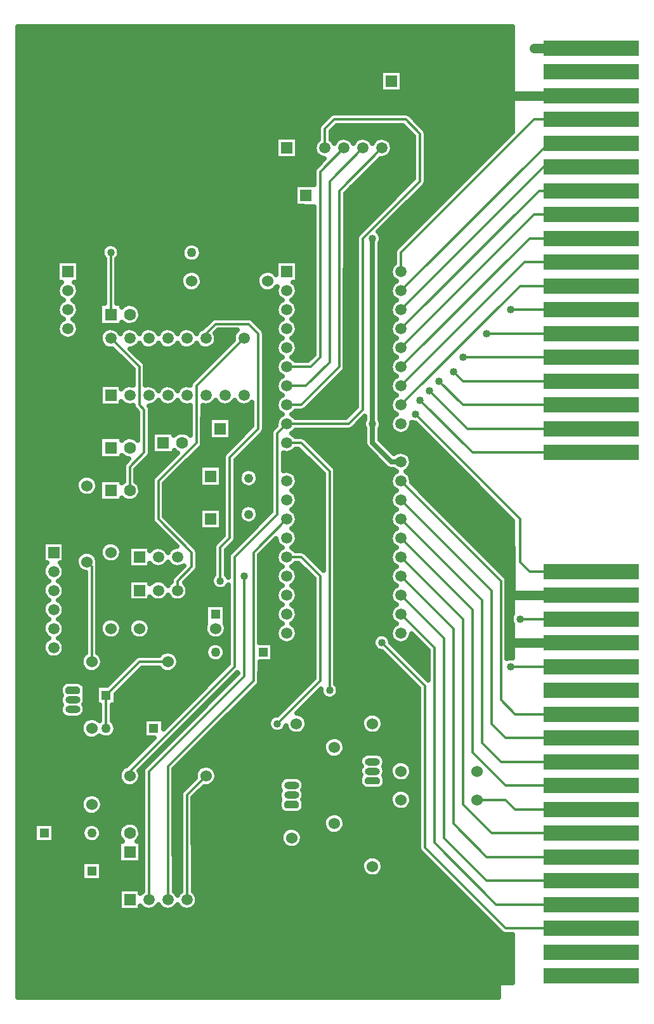
<source format=gbl>
G04 DipTrace 2.3.1.0*
%INPC04Controller.GBL*%
%MOMM*%
%ADD13C,0.33*%
%ADD14C,1.27*%
%ADD15C,0.635*%
%ADD16C,0.66*%
%ADD17C,1.6*%
%ADD18R,1.6X1.6*%
%ADD19R,1.27X1.27*%
%ADD20C,1.27*%
%ADD21R,1.5X1.5*%
%ADD22C,1.5*%
%ADD23C,1.524*%
%ADD24C,1.524*%
%ADD25R,12.7X2.159*%
%ADD26O,2.0X1.0*%
%ADD27C,1.219*%
%ADD28C,1.016*%
%FSLAX53Y53*%
G04*
G71*
G90*
G75*
G01*
%LNBottom*%
%LPD*%
X87478Y121768D2*
D13*
X81128D1*
X62078Y102718D1*
X87478Y124943D2*
X81763D1*
X62078Y105258D1*
X87478Y128118D2*
X79858D1*
X62078Y110338D1*
Y107798D1*
X87478Y118593D2*
X80493D1*
X62078Y100178D1*
X87478Y115418D2*
X79858D1*
X62078Y97638D1*
X87478Y112243D2*
X79223D1*
X62078Y95098D1*
X87478Y109068D2*
X78588D1*
X62078Y92558D1*
X87478Y105893D2*
X77953D1*
X62078Y90018D1*
X87478Y23343D2*
X74778D1*
X66523Y31598D1*
Y57633D1*
X62078Y62078D1*
X87478Y26518D2*
X73508D1*
X67793Y32233D1*
Y58903D1*
X62078Y64618D1*
X87478Y29693D2*
X73508D1*
X69063Y34138D1*
Y60173D1*
X62078Y67158D1*
X87478Y32868D2*
X74143D1*
X70333Y36678D1*
Y61443D1*
X62078Y69698D1*
X87478Y39218D2*
X76048D1*
X71603Y43663D1*
Y62713D1*
X62078Y72238D1*
X87478Y42393D2*
X75413D1*
X72873Y44933D1*
Y63983D1*
X62078Y74778D1*
X87478Y45568D2*
X76048D1*
X74143Y47473D1*
Y65253D1*
X62078Y77318D1*
X87478Y48743D2*
X77318D1*
X75413Y50648D1*
Y66523D1*
X62078Y79858D1*
X87478Y99543D2*
X73508D1*
X87478Y96368D2*
X70333D1*
X87478Y93193D2*
X70333D1*
X69063Y94463D1*
X87478Y90018D2*
X70333D1*
X67158Y93193D1*
X87478Y102718D2*
X76683D1*
X87478Y86843D2*
X70968D1*
X65888Y91923D1*
X46838Y95098D2*
X50013D1*
X51283Y96368D1*
Y121133D1*
X54458Y124308D1*
X87478Y83668D2*
X71603D1*
X64618Y90653D1*
X46838Y92558D2*
X49378D1*
X52553Y95733D1*
Y119863D1*
X56998Y124308D1*
X87478Y20168D2*
X76048D1*
X65253Y30963D1*
Y52553D1*
X59538Y58268D1*
X87478Y55093D2*
X76683D1*
X87478Y67793D2*
X79223D1*
X77953Y69063D1*
Y74778D1*
X63983Y88748D1*
X46838Y90018D2*
X48743D1*
X53823Y95098D1*
Y118593D1*
X59538Y124308D1*
X72238Y37313D2*
X76048D1*
X77318Y36043D1*
X87478D1*
Y61443D2*
X77953D1*
X87478Y58268D2*
D14*
X77318D1*
D15*
X76683Y58903D1*
Y64618D1*
D14*
Y70968D1*
X62713Y84938D1*
D13*
X62078D1*
X87478Y64618D2*
D14*
X76683D1*
X62078Y84938D2*
D13*
X60808D1*
X59538Y86208D1*
Y111608D1*
X74143Y126213D1*
Y128753D1*
X76683Y131293D1*
D14*
X87478D1*
X56363Y84938D2*
D13*
X53823Y82398D1*
Y48108D1*
X42393Y36678D1*
X37948Y32233D1*
X37313D1*
X48108Y28423D2*
X41123D1*
X37313Y32233D1*
X34138Y74778D2*
Y80493D1*
X36043Y23978D2*
X38583D1*
X43663D1*
X48108Y28423D1*
X44298Y82398D2*
Y101448D1*
X40488Y105258D1*
Y109068D1*
X44298Y112878D1*
X34138D2*
X44298D1*
X34138Y80493D2*
X40488Y86843D1*
X43663Y62078D2*
Y59538D1*
X45568Y57633D1*
Y53823D1*
X42393Y50648D1*
Y36678D1*
X36043Y23978D2*
X32868Y20803D1*
X21438D1*
X14453Y27788D1*
X76048Y133198D2*
D14*
X74778D1*
X76683Y131293D1*
X46838Y84938D2*
D13*
X48743D1*
X52553Y81128D1*
Y51918D1*
X33503Y23978D2*
Y37948D1*
X36043Y40488D1*
X23343Y110338D2*
Y102083D1*
X25883Y78588D2*
Y81763D1*
X27788Y83668D1*
Y89383D1*
X27153Y90018D1*
Y95078D1*
X23343Y98888D1*
X58268Y112243D2*
D16*
Y87478D1*
Y84938D1*
X60808Y82398D1*
X62078D1*
X79858Y137643D2*
D14*
X87478D1*
X46838Y69698D2*
D13*
X48743D1*
X51283Y67158D1*
Y53188D1*
X45568Y47473D1*
X25883Y40488D2*
Y41123D1*
X39853Y55093D1*
Y69698D1*
X45568Y75413D1*
Y86208D1*
X46838Y87478D1*
X55093D1*
X56998Y89383D1*
Y112243D1*
X64618Y119863D1*
Y126213D1*
X62713Y128118D1*
X53188D1*
X51918Y126848D1*
Y124308D1*
X30963Y23978D2*
Y41758D1*
X42393Y53188D1*
Y70333D1*
X46838Y74778D1*
X28423Y23978D2*
Y41123D1*
X41123Y53823D1*
Y67158D1*
X36043Y98888D2*
Y99543D1*
X37313Y100813D1*
X41758D1*
X43028Y99543D1*
Y86843D1*
X39218Y83033D1*
Y72238D1*
X37948Y70968D1*
Y66523D1*
X32233Y65253D2*
Y66523D1*
X34138Y68428D1*
Y70333D1*
X29693Y74778D1*
Y79858D1*
X34773Y84938D1*
Y92538D1*
X41123Y98888D1*
X20803Y55728D2*
Y68428D1*
X20168Y69063D1*
X30963Y55728D2*
X27153D1*
X22708Y51283D1*
Y46838D1*
D28*
X73508Y99543D3*
X70333Y96368D3*
X69063Y94463D3*
X67158Y93193D3*
X76683Y102718D3*
X65888Y91923D3*
X64618Y90653D3*
X59538Y58268D3*
X76683Y55093D3*
X63983Y88748D3*
X77953Y61443D3*
X56363Y84938D3*
X44298Y112878D3*
Y82398D3*
X52553Y51918D3*
X23343Y110338D3*
X58268Y112243D3*
Y87478D3*
X79858Y137643D3*
X45568Y47473D3*
X41123Y67158D3*
X37948Y66523D3*
X41123Y67158D3*
X11024Y139868D2*
D15*
X76942D1*
X11024Y139237D2*
X76942D1*
X11024Y138605D2*
X76942D1*
X11024Y137973D2*
X76942D1*
X11024Y137342D2*
X76942D1*
X11024Y136710D2*
X76942D1*
X11024Y136078D2*
X76942D1*
X11024Y135447D2*
X76942D1*
X11024Y134815D2*
X76942D1*
X11024Y134183D2*
X59271D1*
X62344D2*
X76942D1*
X11024Y133552D2*
X59271D1*
X62344D2*
X76942D1*
X11024Y132920D2*
X59271D1*
X62344D2*
X76942D1*
X11024Y132288D2*
X59271D1*
X62344D2*
X76942D1*
X11024Y131657D2*
X76942D1*
X11024Y131025D2*
X76942D1*
X11024Y130393D2*
X76942D1*
X11024Y129762D2*
X76942D1*
X11024Y129130D2*
X76942D1*
X11024Y128498D2*
X52315D1*
X63585D2*
X76942D1*
X11024Y127867D2*
X51690D1*
X64210D2*
X76942D1*
X11024Y127235D2*
X51115D1*
X53554D2*
X62346D1*
X64845D2*
X76942D1*
X11024Y126603D2*
X51016D1*
X52919D2*
X62981D1*
X65420D2*
X76942D1*
X11024Y125972D2*
X51016D1*
X52819D2*
X63607D1*
X65519D2*
X76465D1*
X11024Y125340D2*
X45350D1*
X48325D2*
X50877D1*
X52958D2*
X53413D1*
X55498D2*
X55953D1*
X58038D2*
X58493D1*
X60578D2*
X63716D1*
X65519D2*
X75830D1*
X11024Y124708D2*
X45350D1*
X48325D2*
X50490D1*
X60965D2*
X63716D1*
X65519D2*
X75195D1*
X11024Y124077D2*
X45350D1*
X48325D2*
X50450D1*
X61005D2*
X63716D1*
X65519D2*
X74570D1*
X11024Y123445D2*
X45350D1*
X48325D2*
X50718D1*
X60737D2*
X63716D1*
X65519D2*
X73935D1*
X11024Y122813D2*
X51710D1*
X59289D2*
X63716D1*
X65519D2*
X73300D1*
X11024Y122182D2*
X51085D1*
X58663D2*
X63716D1*
X65519D2*
X72675D1*
X11024Y121550D2*
X50490D1*
X58028D2*
X63716D1*
X65519D2*
X72040D1*
X11024Y120918D2*
X50381D1*
X57393D2*
X63716D1*
X65519D2*
X71415D1*
X11024Y120287D2*
X50381D1*
X56768D2*
X63716D1*
X65519D2*
X70780D1*
X11024Y119655D2*
X50381D1*
X56133D2*
X63160D1*
X65490D2*
X70145D1*
X11024Y119023D2*
X47841D1*
X55498D2*
X62535D1*
X65023D2*
X69520D1*
X11024Y118392D2*
X47841D1*
X54873D2*
X61900D1*
X64398D2*
X68885D1*
X11024Y117760D2*
X47841D1*
X54724D2*
X61265D1*
X63763D2*
X68250D1*
X11024Y117128D2*
X47841D1*
X54724D2*
X60640D1*
X63128D2*
X67625D1*
X11024Y116497D2*
X47841D1*
X54724D2*
X60005D1*
X62503D2*
X66990D1*
X11024Y115865D2*
X50381D1*
X54724D2*
X59370D1*
X61868D2*
X66355D1*
X11024Y115233D2*
X50381D1*
X54724D2*
X58745D1*
X61233D2*
X65730D1*
X11024Y114602D2*
X50381D1*
X54724D2*
X58110D1*
X60608D2*
X65095D1*
X11024Y113970D2*
X50381D1*
X54724D2*
X57475D1*
X59973D2*
X64460D1*
X11024Y113338D2*
X50381D1*
X54724D2*
X56850D1*
X59338D2*
X63835D1*
X11024Y112707D2*
X50381D1*
X54724D2*
X56235D1*
X59418D2*
X63200D1*
X11024Y112075D2*
X50381D1*
X54724D2*
X56096D1*
X59497D2*
X62565D1*
X11024Y111443D2*
X22867D1*
X23818D2*
X33375D1*
X34901D2*
X50381D1*
X54724D2*
X56096D1*
X59338D2*
X61940D1*
X11024Y110812D2*
X22203D1*
X24483D2*
X32859D1*
X35417D2*
X50381D1*
X54724D2*
X56096D1*
X59338D2*
X61325D1*
X11024Y110180D2*
X22113D1*
X24572D2*
X32779D1*
X35496D2*
X50381D1*
X54724D2*
X56096D1*
X59338D2*
X61176D1*
X11024Y109548D2*
X22401D1*
X24284D2*
X33027D1*
X35248D2*
X50381D1*
X54724D2*
X56096D1*
X59338D2*
X61176D1*
X11024Y108917D2*
X16140D1*
X19115D2*
X22441D1*
X24244D2*
X45350D1*
X48325D2*
X50381D1*
X54724D2*
X56096D1*
X59338D2*
X61136D1*
X11024Y108285D2*
X16140D1*
X19115D2*
X22441D1*
X24244D2*
X45350D1*
X48325D2*
X50381D1*
X54724D2*
X56096D1*
X59338D2*
X60680D1*
X11024Y107653D2*
X16140D1*
X19115D2*
X22441D1*
X24244D2*
X33186D1*
X35089D2*
X43346D1*
X48325D2*
X50381D1*
X54724D2*
X56096D1*
X59338D2*
X60600D1*
X11024Y107022D2*
X16140D1*
X19115D2*
X22441D1*
X24244D2*
X32730D1*
X35546D2*
X42890D1*
X48325D2*
X50381D1*
X54724D2*
X56096D1*
X59338D2*
X60819D1*
X11024Y106390D2*
X16140D1*
X19115D2*
X22441D1*
X24244D2*
X32650D1*
X35625D2*
X42810D1*
X48325D2*
X50381D1*
X54724D2*
X56096D1*
X59338D2*
X61156D1*
X11024Y105758D2*
X16230D1*
X19026D2*
X22441D1*
X24244D2*
X32859D1*
X35417D2*
X43019D1*
X48236D2*
X50381D1*
X54724D2*
X56096D1*
X59338D2*
X60680D1*
X11024Y105127D2*
X16150D1*
X19105D2*
X22441D1*
X24244D2*
X33762D1*
X34509D2*
X43922D1*
X44669D2*
X45360D1*
X48315D2*
X50381D1*
X54724D2*
X56096D1*
X59338D2*
X60600D1*
X11024Y104495D2*
X16359D1*
X18897D2*
X22441D1*
X24244D2*
X45569D1*
X48107D2*
X50381D1*
X54724D2*
X56096D1*
X59338D2*
X60809D1*
X11024Y103863D2*
X16716D1*
X18539D2*
X22441D1*
X24244D2*
X45926D1*
X47749D2*
X50381D1*
X54724D2*
X56096D1*
X59338D2*
X61166D1*
X11024Y103232D2*
X16240D1*
X19016D2*
X21806D1*
X26864D2*
X45450D1*
X48226D2*
X50381D1*
X54724D2*
X56096D1*
X59338D2*
X60690D1*
X11024Y102600D2*
X16150D1*
X19105D2*
X21806D1*
X27320D2*
X45360D1*
X48315D2*
X50381D1*
X54724D2*
X56096D1*
X59338D2*
X60600D1*
X11024Y101968D2*
X16359D1*
X18897D2*
X21806D1*
X27410D2*
X45569D1*
X48107D2*
X50381D1*
X54724D2*
X56096D1*
X59338D2*
X60809D1*
X11024Y101337D2*
X16736D1*
X18520D2*
X21806D1*
X27211D2*
X36589D1*
X42481D2*
X45946D1*
X47730D2*
X50381D1*
X54724D2*
X56096D1*
X59338D2*
X61186D1*
X11024Y100705D2*
X16240D1*
X19016D2*
X21806D1*
X24879D2*
X25298D1*
X26467D2*
X35954D1*
X43116D2*
X45450D1*
X48226D2*
X50381D1*
X54724D2*
X56096D1*
X59338D2*
X60690D1*
X11024Y100073D2*
X16140D1*
X19115D2*
X22490D1*
X24195D2*
X25030D1*
X26735D2*
X27570D1*
X29275D2*
X30110D1*
X31815D2*
X32650D1*
X34355D2*
X35190D1*
X43741D2*
X45350D1*
X48325D2*
X50381D1*
X54724D2*
X56096D1*
X59338D2*
X60590D1*
X11024Y99442D2*
X16349D1*
X18907D2*
X21964D1*
X37421D2*
X39744D1*
X43929D2*
X45559D1*
X48117D2*
X50381D1*
X54724D2*
X56096D1*
X59338D2*
X60799D1*
X11024Y98810D2*
X17172D1*
X18083D2*
X21855D1*
X37530D2*
X39635D1*
X43929D2*
X45965D1*
X47710D2*
X50381D1*
X54724D2*
X56096D1*
X59338D2*
X61205D1*
X11024Y98178D2*
X22044D1*
X37341D2*
X39169D1*
X43929D2*
X45459D1*
X48216D2*
X50381D1*
X54724D2*
X56096D1*
X59338D2*
X60699D1*
X11024Y97547D2*
X22808D1*
X26417D2*
X27888D1*
X28957D2*
X30428D1*
X31497D2*
X32968D1*
X34037D2*
X35508D1*
X36577D2*
X38534D1*
X43929D2*
X45350D1*
X48325D2*
X50381D1*
X54724D2*
X56096D1*
X59338D2*
X60590D1*
X11024Y96915D2*
X24068D1*
X26566D2*
X37899D1*
X43929D2*
X45549D1*
X48126D2*
X50381D1*
X54724D2*
X56096D1*
X59338D2*
X60789D1*
X11024Y96283D2*
X24703D1*
X27191D2*
X37274D1*
X43929D2*
X45985D1*
X47690D2*
X49954D1*
X54724D2*
X56096D1*
X59338D2*
X61225D1*
X11024Y95652D2*
X25328D1*
X27826D2*
X36639D1*
X43929D2*
X45459D1*
X54724D2*
X56096D1*
X59338D2*
X60699D1*
X11024Y95020D2*
X25963D1*
X28054D2*
X36004D1*
X43929D2*
X45350D1*
X54724D2*
X56096D1*
X59338D2*
X60590D1*
X11024Y94388D2*
X26251D1*
X28054D2*
X35379D1*
X43929D2*
X45539D1*
X54357D2*
X56096D1*
X59338D2*
X60779D1*
X11024Y93757D2*
X26251D1*
X28054D2*
X34744D1*
X43929D2*
X46005D1*
X53732D2*
X56096D1*
X59338D2*
X61245D1*
X11024Y93125D2*
X26251D1*
X28054D2*
X34109D1*
X43929D2*
X45469D1*
X53097D2*
X56096D1*
X59338D2*
X60709D1*
X11024Y92493D2*
X21855D1*
X29245D2*
X30140D1*
X31785D2*
X32680D1*
X43929D2*
X45350D1*
X52462D2*
X56096D1*
X59338D2*
X60590D1*
X11024Y91862D2*
X21855D1*
X43929D2*
X45529D1*
X51837D2*
X56096D1*
X59338D2*
X60769D1*
X11024Y91230D2*
X21855D1*
X43929D2*
X46025D1*
X51202D2*
X56096D1*
X59338D2*
X61265D1*
X11024Y90598D2*
X21855D1*
X43929D2*
X45479D1*
X50567D2*
X56096D1*
X59338D2*
X60719D1*
X11024Y89967D2*
X21855D1*
X24830D2*
X25288D1*
X29017D2*
X30368D1*
X31557D2*
X32908D1*
X36637D2*
X37988D1*
X39177D2*
X40528D1*
X41717D2*
X42126D1*
X43929D2*
X45350D1*
X49942D2*
X56096D1*
X59338D2*
X60590D1*
X11024Y89335D2*
X26588D1*
X28689D2*
X33871D1*
X35674D2*
X42126D1*
X43929D2*
X45529D1*
X49287D2*
X55699D1*
X59338D2*
X60769D1*
X11024Y88703D2*
X26886D1*
X28689D2*
X33871D1*
X35674D2*
X42126D1*
X43929D2*
X46055D1*
X47620D2*
X55074D1*
X59338D2*
X61295D1*
X11024Y88072D2*
X26886D1*
X28689D2*
X33871D1*
X35674D2*
X36411D1*
X39484D2*
X42126D1*
X43929D2*
X45479D1*
X59348D2*
X60719D1*
X11024Y87440D2*
X26886D1*
X28689D2*
X33871D1*
X35674D2*
X36411D1*
X39484D2*
X42126D1*
X43929D2*
X45350D1*
X56302D2*
X57028D1*
X59507D2*
X60590D1*
X63565D2*
X64043D1*
X11024Y86808D2*
X26886D1*
X28689D2*
X33871D1*
X35674D2*
X36411D1*
X39484D2*
X41749D1*
X43929D2*
X44924D1*
X55657D2*
X57197D1*
X59338D2*
X60759D1*
X63396D2*
X64678D1*
X11024Y86177D2*
X26886D1*
X35674D2*
X36411D1*
X39484D2*
X41114D1*
X43612D2*
X44666D1*
X47601D2*
X57197D1*
X59338D2*
X61434D1*
X62722D2*
X65303D1*
X11024Y85545D2*
X21806D1*
X35674D2*
X36411D1*
X39484D2*
X40479D1*
X42977D2*
X44666D1*
X49387D2*
X57197D1*
X59338D2*
X65938D1*
X11024Y84913D2*
X21806D1*
X35674D2*
X39854D1*
X42342D2*
X44666D1*
X50012D2*
X57197D1*
X59775D2*
X66573D1*
X11024Y84282D2*
X21806D1*
X35367D2*
X39219D1*
X41717D2*
X44666D1*
X50647D2*
X57445D1*
X60410D2*
X67198D1*
X11024Y83650D2*
X21806D1*
X34732D2*
X38584D1*
X41082D2*
X44666D1*
X47511D2*
X48783D1*
X51282D2*
X58070D1*
X62821D2*
X67833D1*
X11024Y83018D2*
X21806D1*
X28382D2*
X31609D1*
X34097D2*
X38316D1*
X40447D2*
X44666D1*
X46469D2*
X49418D1*
X51907D2*
X58705D1*
X63426D2*
X68468D1*
X11024Y82387D2*
X25259D1*
X27757D2*
X30974D1*
X33472D2*
X38316D1*
X40119D2*
X44666D1*
X46469D2*
X50043D1*
X52542D2*
X59340D1*
X63565D2*
X69093D1*
X11024Y81755D2*
X24981D1*
X27122D2*
X30339D1*
X32837D2*
X35141D1*
X40119D2*
X44666D1*
X46469D2*
X50678D1*
X53177D2*
X59965D1*
X63406D2*
X69728D1*
X11024Y81123D2*
X24981D1*
X26784D2*
X29713D1*
X32202D2*
X35141D1*
X40119D2*
X40766D1*
X42749D2*
X44666D1*
X47551D2*
X51313D1*
X53454D2*
X61364D1*
X62791D2*
X70363D1*
X11024Y80492D2*
X19434D1*
X20901D2*
X24981D1*
X26784D2*
X29078D1*
X31577D2*
X35141D1*
X40119D2*
X40439D1*
X43076D2*
X44666D1*
X48176D2*
X51651D1*
X53454D2*
X60739D1*
X63416D2*
X70988D1*
X11024Y79860D2*
X18819D1*
X26784D2*
X28791D1*
X30942D2*
X35141D1*
X40119D2*
X40469D1*
X43046D2*
X44666D1*
X48325D2*
X51651D1*
X53454D2*
X60590D1*
X63565D2*
X71623D1*
X11024Y79228D2*
X18670D1*
X27271D2*
X28791D1*
X30594D2*
X35141D1*
X40119D2*
X40905D1*
X42610D2*
X44666D1*
X48176D2*
X51651D1*
X53454D2*
X60739D1*
X63952D2*
X72258D1*
X11024Y78597D2*
X18809D1*
X27419D2*
X28791D1*
X30594D2*
X38316D1*
X40119D2*
X44666D1*
X47561D2*
X51651D1*
X53454D2*
X61354D1*
X64587D2*
X72884D1*
X11024Y77965D2*
X19415D1*
X20921D2*
X21806D1*
X27281D2*
X28791D1*
X30594D2*
X38316D1*
X40119D2*
X44666D1*
X48166D2*
X51651D1*
X53454D2*
X60749D1*
X65222D2*
X73519D1*
X11024Y77333D2*
X21806D1*
X26715D2*
X28791D1*
X30594D2*
X38316D1*
X40119D2*
X44666D1*
X48325D2*
X51651D1*
X53454D2*
X60590D1*
X65847D2*
X74144D1*
X11024Y76702D2*
X28791D1*
X30594D2*
X38316D1*
X40119D2*
X44666D1*
X48186D2*
X51651D1*
X53454D2*
X60729D1*
X66482D2*
X74779D1*
X11024Y76070D2*
X28791D1*
X30594D2*
X35141D1*
X40119D2*
X40598D1*
X42917D2*
X44666D1*
X47581D2*
X51651D1*
X53454D2*
X61334D1*
X67117D2*
X75414D1*
X11024Y75438D2*
X28791D1*
X30594D2*
X35141D1*
X43106D2*
X44348D1*
X48156D2*
X51651D1*
X53454D2*
X60759D1*
X67742D2*
X76039D1*
X11024Y74807D2*
X28791D1*
X30912D2*
X35141D1*
X40119D2*
X40568D1*
X42947D2*
X43713D1*
X48325D2*
X51651D1*
X53454D2*
X60590D1*
X68377D2*
X76674D1*
X11024Y74175D2*
X29049D1*
X31547D2*
X35141D1*
X40119D2*
X41362D1*
X42153D2*
X43078D1*
X48186D2*
X51651D1*
X53454D2*
X60729D1*
X69012D2*
X76942D1*
X11024Y73543D2*
X29674D1*
X32172D2*
X35141D1*
X40119D2*
X42453D1*
X47611D2*
X51651D1*
X53454D2*
X61305D1*
X69637D2*
X76942D1*
X11024Y72912D2*
X30309D1*
X32807D2*
X38316D1*
X40119D2*
X41818D1*
X48156D2*
X51651D1*
X53454D2*
X60759D1*
X70272D2*
X76942D1*
X11024Y72280D2*
X30944D1*
X33442D2*
X38008D1*
X40119D2*
X41183D1*
X48325D2*
X51651D1*
X53454D2*
X60590D1*
X70907D2*
X76942D1*
X11024Y71648D2*
X14235D1*
X17210D2*
X22709D1*
X23977D2*
X31569D1*
X34067D2*
X37383D1*
X39881D2*
X40558D1*
X44961D2*
X45479D1*
X48196D2*
X51651D1*
X53454D2*
X60719D1*
X71532D2*
X76942D1*
X11024Y71017D2*
X14235D1*
X17210D2*
X22014D1*
X24671D2*
X25665D1*
X28640D2*
X29098D1*
X30287D2*
X31638D1*
X34702D2*
X37046D1*
X39246D2*
X39923D1*
X44326D2*
X46045D1*
X47630D2*
X51651D1*
X53454D2*
X61285D1*
X72167D2*
X76942D1*
X11024Y70385D2*
X14235D1*
X17210D2*
X19544D1*
X20792D2*
X21845D1*
X24840D2*
X25665D1*
X35039D2*
X37046D1*
X38849D2*
X39288D1*
X43691D2*
X45529D1*
X49287D2*
X51651D1*
X53454D2*
X60769D1*
X72802D2*
X76942D1*
X11024Y69753D2*
X14235D1*
X17210D2*
X18849D1*
X21486D2*
X21964D1*
X24721D2*
X25665D1*
X35039D2*
X37046D1*
X43294D2*
X45350D1*
X49932D2*
X51651D1*
X53454D2*
X60590D1*
X73427D2*
X76942D1*
X11024Y69122D2*
X14235D1*
X17210D2*
X18670D1*
X21665D2*
X22510D1*
X24175D2*
X25665D1*
X35039D2*
X37046D1*
X43294D2*
X45469D1*
X50567D2*
X51651D1*
X53454D2*
X60709D1*
X74062D2*
X76942D1*
X11024Y68490D2*
X14424D1*
X17021D2*
X18789D1*
X21704D2*
X25665D1*
X30505D2*
X31420D1*
X35039D2*
X37046D1*
X43294D2*
X46025D1*
X47650D2*
X48704D1*
X51202D2*
X51651D1*
X53454D2*
X61265D1*
X74697D2*
X76942D1*
X11024Y67858D2*
X14235D1*
X17210D2*
X19325D1*
X21704D2*
X32323D1*
X34811D2*
X37046D1*
X43294D2*
X45539D1*
X48136D2*
X49329D1*
X53454D2*
X60779D1*
X75322D2*
X76942D1*
X11024Y67227D2*
X14354D1*
X17091D2*
X19901D1*
X21704D2*
X31688D1*
X34186D2*
X36937D1*
X43294D2*
X45350D1*
X48325D2*
X49964D1*
X53454D2*
X60590D1*
X75957D2*
X76942D1*
X11024Y66595D2*
X14890D1*
X16555D2*
X19901D1*
X21704D2*
X25665D1*
X28640D2*
X29158D1*
X30227D2*
X31331D1*
X33551D2*
X36708D1*
X43294D2*
X45469D1*
X48206D2*
X50381D1*
X53454D2*
X60709D1*
X76314D2*
X76942D1*
X11024Y65963D2*
X14424D1*
X17021D2*
X19901D1*
X21704D2*
X25665D1*
X33531D2*
X36847D1*
X43294D2*
X46005D1*
X47670D2*
X50381D1*
X53454D2*
X61245D1*
X76314D2*
X76942D1*
X11024Y65332D2*
X14235D1*
X17210D2*
X19901D1*
X21704D2*
X25665D1*
X33720D2*
X38951D1*
X43294D2*
X45539D1*
X48136D2*
X50381D1*
X53454D2*
X60779D1*
X76314D2*
X76942D1*
X11024Y64700D2*
X14344D1*
X17101D2*
X19901D1*
X21704D2*
X25665D1*
X33611D2*
X38951D1*
X43294D2*
X45350D1*
X48325D2*
X50381D1*
X53454D2*
X60590D1*
X76314D2*
X76942D1*
X11024Y64068D2*
X14870D1*
X16575D2*
X19901D1*
X21704D2*
X25665D1*
X30545D2*
X31380D1*
X33085D2*
X38951D1*
X43294D2*
X45459D1*
X48216D2*
X50381D1*
X53454D2*
X60699D1*
X76314D2*
X76942D1*
X11024Y63437D2*
X14434D1*
X17011D2*
X19901D1*
X21704D2*
X38951D1*
X43294D2*
X45985D1*
X47690D2*
X50381D1*
X53454D2*
X61225D1*
X76314D2*
X76942D1*
X11024Y62805D2*
X14235D1*
X17210D2*
X19901D1*
X21704D2*
X35944D1*
X43294D2*
X45549D1*
X48126D2*
X50381D1*
X53454D2*
X60789D1*
X76314D2*
X76942D1*
X11024Y62173D2*
X14344D1*
X17101D2*
X19901D1*
X21704D2*
X35944D1*
X43294D2*
X45350D1*
X48325D2*
X50381D1*
X53454D2*
X60590D1*
X76314D2*
X76942D1*
X11024Y61542D2*
X14850D1*
X16595D2*
X19901D1*
X21704D2*
X22847D1*
X23838D2*
X26657D1*
X27648D2*
X35944D1*
X43294D2*
X45459D1*
X48216D2*
X50381D1*
X53454D2*
X60699D1*
X76314D2*
X76713D1*
X11024Y60910D2*
X14444D1*
X17002D2*
X19901D1*
X21704D2*
X22044D1*
X24641D2*
X25854D1*
X28451D2*
X35944D1*
X43294D2*
X45965D1*
X47710D2*
X50381D1*
X53454D2*
X61205D1*
X76314D2*
X76832D1*
X11024Y60278D2*
X14245D1*
X17200D2*
X19901D1*
X24840D2*
X25655D1*
X28650D2*
X35815D1*
X43294D2*
X45559D1*
X48117D2*
X50381D1*
X53454D2*
X60799D1*
X76314D2*
X76942D1*
X11024Y59647D2*
X14335D1*
X17111D2*
X19901D1*
X24741D2*
X25755D1*
X28551D2*
X35915D1*
X43294D2*
X45360D1*
X48315D2*
X50381D1*
X53454D2*
X60600D1*
X76314D2*
X76942D1*
X11024Y59015D2*
X14831D1*
X16615D2*
X19901D1*
X21704D2*
X22431D1*
X24254D2*
X26241D1*
X28064D2*
X36401D1*
X38224D2*
X38951D1*
X43294D2*
X45450D1*
X48226D2*
X50381D1*
X53454D2*
X58556D1*
X63466D2*
X63892D1*
X76314D2*
X76942D1*
X11024Y58383D2*
X14454D1*
X16992D2*
X19901D1*
X21704D2*
X38951D1*
X43294D2*
X45946D1*
X47730D2*
X50381D1*
X53454D2*
X58298D1*
X60777D2*
X61186D1*
X62970D2*
X64519D1*
X76314D2*
X76942D1*
X11024Y57752D2*
X14245D1*
X17200D2*
X19901D1*
X21704D2*
X36182D1*
X38443D2*
X38951D1*
X45031D2*
X50381D1*
X53454D2*
X58407D1*
X61303D2*
X65154D1*
X76314D2*
X76942D1*
X11024Y57120D2*
X14335D1*
X17111D2*
X19901D1*
X21704D2*
X30557D1*
X31368D2*
X35944D1*
X45031D2*
X50381D1*
X53454D2*
X59191D1*
X61938D2*
X65621D1*
X76314D2*
X76942D1*
X11024Y56488D2*
X14811D1*
X16634D2*
X19524D1*
X22082D2*
X26737D1*
X32242D2*
X36044D1*
X38582D2*
X38951D1*
X45031D2*
X50381D1*
X53454D2*
X60064D1*
X62563D2*
X65621D1*
X76314D2*
X76942D1*
X11024Y55857D2*
X19305D1*
X22300D2*
X26032D1*
X32460D2*
X36609D1*
X38016D2*
X38951D1*
X45031D2*
X50381D1*
X53454D2*
X60699D1*
X63198D2*
X65621D1*
X11024Y55225D2*
X19395D1*
X22211D2*
X25397D1*
X32371D2*
X38732D1*
X43294D2*
X50381D1*
X53454D2*
X61334D1*
X63833D2*
X65621D1*
X11024Y54593D2*
X19861D1*
X21744D2*
X24772D1*
X27271D2*
X30021D1*
X31904D2*
X38107D1*
X43294D2*
X50381D1*
X53454D2*
X61960D1*
X64458D2*
X65621D1*
X11024Y53962D2*
X24137D1*
X26636D2*
X37472D1*
X43294D2*
X50381D1*
X53454D2*
X62595D1*
X65093D2*
X65621D1*
X11024Y53330D2*
X23502D1*
X26001D2*
X36837D1*
X43294D2*
X50172D1*
X53454D2*
X63230D1*
X11024Y52698D2*
X16775D1*
X19750D2*
X22877D1*
X25376D2*
X36212D1*
X43136D2*
X49547D1*
X53504D2*
X63855D1*
X11024Y52067D2*
X16527D1*
X19998D2*
X21339D1*
X24741D2*
X35577D1*
X42521D2*
X48912D1*
X53792D2*
X64351D1*
X11024Y51435D2*
X16567D1*
X19958D2*
X21339D1*
X24106D2*
X34942D1*
X41886D2*
X48277D1*
X50776D2*
X51413D1*
X53693D2*
X64351D1*
X11024Y50803D2*
X16537D1*
X19988D2*
X21339D1*
X24076D2*
X34317D1*
X41261D2*
X47652D1*
X50151D2*
X52097D1*
X53008D2*
X64351D1*
X11024Y50172D2*
X16626D1*
X19899D2*
X21339D1*
X24076D2*
X33682D1*
X40626D2*
X47017D1*
X49516D2*
X64351D1*
X11024Y49540D2*
X16537D1*
X19988D2*
X21806D1*
X23609D2*
X33047D1*
X39991D2*
X46382D1*
X48881D2*
X64351D1*
X11024Y48908D2*
X16626D1*
X19899D2*
X21806D1*
X23609D2*
X32422D1*
X39365D2*
X45757D1*
X48255D2*
X64351D1*
X11024Y48277D2*
X17291D1*
X19234D2*
X21806D1*
X23609D2*
X31787D1*
X38730D2*
X44636D1*
X49357D2*
X57018D1*
X59517D2*
X64351D1*
X11024Y47645D2*
X19553D1*
X23798D2*
X27689D1*
X30426D2*
X31152D1*
X38095D2*
X44338D1*
X49595D2*
X56780D1*
X59755D2*
X64351D1*
X11024Y47013D2*
X19315D1*
X24066D2*
X27689D1*
X37470D2*
X44418D1*
X49535D2*
X56840D1*
X59695D2*
X64351D1*
X11024Y46382D2*
X19375D1*
X23996D2*
X27689D1*
X36835D2*
X45053D1*
X46083D2*
X47116D1*
X49099D2*
X57276D1*
X59259D2*
X64351D1*
X11024Y45750D2*
X19801D1*
X23500D2*
X27689D1*
X36200D2*
X64351D1*
X11024Y45118D2*
X28632D1*
X35575D2*
X51948D1*
X54427D2*
X64351D1*
X11024Y44487D2*
X27997D1*
X34940D2*
X51700D1*
X54675D2*
X64351D1*
X11024Y43855D2*
X27362D1*
X34305D2*
X51760D1*
X54615D2*
X64351D1*
X11024Y43223D2*
X26737D1*
X33680D2*
X52177D1*
X54199D2*
X56880D1*
X59656D2*
X64351D1*
X11024Y42592D2*
X26102D1*
X33045D2*
X56552D1*
X59983D2*
X64351D1*
X11024Y41960D2*
X25467D1*
X32410D2*
X56612D1*
X59924D2*
X60848D1*
X63307D2*
X64351D1*
X11024Y41328D2*
X24653D1*
X31864D2*
X34813D1*
X37272D2*
X56552D1*
X59983D2*
X60590D1*
X63565D2*
X64351D1*
X11024Y40697D2*
X24395D1*
X31864D2*
X34555D1*
X37530D2*
X56612D1*
X59924D2*
X60640D1*
X63515D2*
X64351D1*
X11024Y40065D2*
X24445D1*
X31864D2*
X34377D1*
X37480D2*
X46094D1*
X48851D2*
X56532D1*
X60003D2*
X61047D1*
X63108D2*
X64351D1*
X11024Y39433D2*
X24842D1*
X26923D2*
X27521D1*
X31864D2*
X33742D1*
X37083D2*
X45757D1*
X49188D2*
X56552D1*
X59983D2*
X64351D1*
X11024Y38802D2*
X27521D1*
X31864D2*
X33107D1*
X35605D2*
X45817D1*
X49129D2*
X57068D1*
X59467D2*
X64351D1*
X11024Y38170D2*
X27521D1*
X31864D2*
X32630D1*
X34970D2*
X45757D1*
X49188D2*
X60868D1*
X63287D2*
X64351D1*
X11024Y37538D2*
X19593D1*
X22012D2*
X27521D1*
X31864D2*
X32601D1*
X34404D2*
X45807D1*
X49138D2*
X60600D1*
X63555D2*
X64351D1*
X11024Y36907D2*
X19325D1*
X22280D2*
X27521D1*
X31864D2*
X32601D1*
X34404D2*
X45737D1*
X49208D2*
X60640D1*
X63515D2*
X64351D1*
X11024Y36275D2*
X19365D1*
X22240D2*
X27521D1*
X31864D2*
X32601D1*
X34404D2*
X45757D1*
X49188D2*
X61027D1*
X63128D2*
X64351D1*
X11024Y35643D2*
X19742D1*
X21863D2*
X27521D1*
X31864D2*
X32601D1*
X34404D2*
X46253D1*
X48692D2*
X64351D1*
X11024Y35012D2*
X27521D1*
X31864D2*
X32601D1*
X34404D2*
X51988D1*
X54387D2*
X64351D1*
X11024Y34380D2*
X27521D1*
X31864D2*
X32601D1*
X34404D2*
X51710D1*
X54665D2*
X64351D1*
X11024Y33748D2*
X13084D1*
X15821D2*
X19772D1*
X21833D2*
X24643D1*
X27122D2*
X27521D1*
X31864D2*
X32601D1*
X34404D2*
X51740D1*
X54635D2*
X64351D1*
X11024Y33117D2*
X13084D1*
X15821D2*
X19454D1*
X22151D2*
X24366D1*
X31864D2*
X32601D1*
X34404D2*
X46283D1*
X48662D2*
X52117D1*
X54258D2*
X64351D1*
X11024Y32485D2*
X13084D1*
X15821D2*
X19484D1*
X22121D2*
X24395D1*
X31864D2*
X32601D1*
X34404D2*
X45995D1*
X48950D2*
X64351D1*
X11024Y31853D2*
X13084D1*
X15821D2*
X19911D1*
X21695D2*
X24752D1*
X27013D2*
X27521D1*
X31864D2*
X32601D1*
X34404D2*
X46025D1*
X48920D2*
X64351D1*
X11024Y31222D2*
X24346D1*
X31864D2*
X32601D1*
X34404D2*
X46392D1*
X48553D2*
X64351D1*
X11024Y30590D2*
X24346D1*
X31864D2*
X32601D1*
X34404D2*
X64440D1*
X11024Y29958D2*
X24346D1*
X31864D2*
X32601D1*
X34404D2*
X65006D1*
X11024Y29327D2*
X24346D1*
X31864D2*
X32601D1*
X34404D2*
X57088D1*
X59447D2*
X65641D1*
X11024Y28695D2*
X19434D1*
X22171D2*
X27521D1*
X31864D2*
X32601D1*
X34404D2*
X56800D1*
X59735D2*
X66276D1*
X11024Y28063D2*
X19434D1*
X22171D2*
X27521D1*
X31864D2*
X32601D1*
X34404D2*
X56810D1*
X59725D2*
X66901D1*
X11024Y27432D2*
X19434D1*
X22171D2*
X27521D1*
X31864D2*
X32601D1*
X34404D2*
X57167D1*
X59368D2*
X67536D1*
X11024Y26800D2*
X19434D1*
X22171D2*
X27521D1*
X31864D2*
X32601D1*
X34404D2*
X68171D1*
X11024Y26168D2*
X27521D1*
X31864D2*
X32601D1*
X34404D2*
X68796D1*
X11024Y25537D2*
X27521D1*
X31864D2*
X32601D1*
X34404D2*
X69431D1*
X11024Y24905D2*
X24395D1*
X34643D2*
X70066D1*
X11024Y24273D2*
X24395D1*
X34960D2*
X70691D1*
X11024Y23642D2*
X24395D1*
X34950D2*
X71326D1*
X11024Y23010D2*
X24395D1*
X29533D2*
X29854D1*
X32073D2*
X32394D1*
X34613D2*
X71961D1*
X11024Y22378D2*
X72586D1*
X11024Y21747D2*
X73221D1*
X11024Y21115D2*
X73856D1*
X11024Y20483D2*
X74481D1*
X11024Y19852D2*
X75116D1*
X11024Y19220D2*
X76942D1*
X11024Y18588D2*
X76942D1*
X11024Y17957D2*
X76942D1*
X11024Y17325D2*
X76942D1*
X11024Y16693D2*
X76942D1*
X11024Y16062D2*
X76942D1*
X11024Y15430D2*
X76942D1*
X11024Y14798D2*
X76942D1*
X11024Y14167D2*
X76942D1*
X11024Y13535D2*
X76942D1*
X11024Y12903D2*
X76942D1*
X11024Y12272D2*
X75037D1*
X11024Y11640D2*
X75037D1*
X11024Y11008D2*
X75037D1*
X27322Y78273D2*
X27221Y77972D1*
X27058Y77700D1*
X26841Y77469D1*
X26580Y77290D1*
X26286Y77171D1*
X25974Y77117D1*
X25657Y77132D1*
X25351Y77214D1*
X25070Y77359D1*
X24820Y77569D1*
X24816Y77115D1*
X21870D1*
Y80061D1*
X24816D1*
Y79594D1*
X25039Y79794D1*
X25045Y81763D1*
X25104Y82073D1*
X25290Y82355D1*
X25774Y82839D1*
X25657Y82847D1*
X25351Y82929D1*
X25070Y83074D1*
X24820Y83284D1*
X24816Y82830D1*
X21870D1*
Y85776D1*
X24816D1*
Y85309D1*
X25030Y85504D1*
X25307Y85658D1*
X25610Y85750D1*
X25926Y85775D1*
X26240Y85732D1*
X26537Y85622D1*
X26804Y85452D1*
X26951Y85305D1*
X26950Y89035D1*
X26560Y89425D1*
X26381Y89696D1*
X26319Y89934D1*
X25896Y89865D1*
X25580Y89897D1*
X25280Y89998D1*
X25010Y90164D1*
X24767Y90409D1*
X24766Y89865D1*
X21920D1*
Y92711D1*
X24766D1*
Y92165D1*
X24970Y92379D1*
X25234Y92554D1*
X25530Y92666D1*
X25844Y92710D1*
X26160Y92683D1*
X26320Y92633D1*
X26315Y94730D1*
X23564Y97481D1*
X23356Y97465D1*
X23040Y97497D1*
X22740Y97598D1*
X22470Y97764D1*
X22243Y97985D1*
X22070Y98250D1*
X21961Y98548D1*
X21920Y98862D1*
X21949Y99177D1*
X22048Y99478D1*
X22211Y99750D1*
X22430Y99979D1*
X22694Y100154D1*
X22990Y100266D1*
X23304Y100310D1*
X23620Y100283D1*
X23922Y100188D1*
X24195Y100027D1*
X24426Y99810D1*
X24614Y99520D1*
X24751Y99750D1*
X24970Y99979D1*
X25234Y100154D1*
X25530Y100266D1*
X25844Y100310D1*
X26160Y100283D1*
X26462Y100188D1*
X26735Y100027D1*
X26966Y99810D1*
X27154Y99520D1*
X27291Y99750D1*
X27510Y99979D1*
X27774Y100154D1*
X28070Y100266D1*
X28384Y100310D1*
X28700Y100283D1*
X29002Y100188D1*
X29275Y100027D1*
X29506Y99810D1*
X29694Y99520D1*
X29831Y99750D1*
X30050Y99979D1*
X30314Y100154D1*
X30610Y100266D1*
X30924Y100310D1*
X31240Y100283D1*
X31542Y100188D1*
X31815Y100027D1*
X32046Y99810D1*
X32234Y99520D1*
X32371Y99750D1*
X32590Y99979D1*
X32854Y100154D1*
X33150Y100266D1*
X33464Y100310D1*
X33780Y100283D1*
X34082Y100188D1*
X34355Y100027D1*
X34586Y99810D1*
X34774Y99520D1*
X34911Y99750D1*
X35130Y99979D1*
X35394Y100154D1*
X35514Y100200D1*
X36720Y101405D1*
X36981Y101582D1*
X37313Y101651D1*
X41758D1*
X42068Y101591D1*
X42350Y101405D1*
X43620Y100135D1*
X43797Y99874D1*
X43866Y99543D1*
Y86843D1*
X43806Y86533D1*
X43620Y86250D1*
X40049Y82679D1*
X40056Y77953D1*
Y72238D1*
X39996Y71928D1*
X39810Y71645D1*
X38779Y70614D1*
X38786Y67346D1*
X38896Y67226D1*
X39016Y67009D1*
X39015Y69698D1*
X39074Y70008D1*
X39260Y70290D1*
X44725Y75756D1*
X44730Y86208D1*
X44789Y86518D1*
X44975Y86800D1*
X45431Y87256D1*
X45415Y87452D1*
X45444Y87767D1*
X45543Y88068D1*
X45706Y88340D1*
X45925Y88569D1*
X46198Y88748D1*
X45965Y88894D1*
X45738Y89115D1*
X45565Y89380D1*
X45456Y89678D1*
X45415Y89992D1*
X45444Y90307D1*
X45543Y90608D1*
X45706Y90880D1*
X45925Y91109D1*
X46198Y91288D1*
X45965Y91434D1*
X45738Y91655D1*
X45565Y91920D1*
X45456Y92218D1*
X45415Y92532D1*
X45444Y92847D1*
X45543Y93148D1*
X45706Y93420D1*
X45925Y93649D1*
X46198Y93828D1*
X45965Y93974D1*
X45738Y94195D1*
X45565Y94460D1*
X45456Y94758D1*
X45415Y95072D1*
X45444Y95387D1*
X45543Y95688D1*
X45706Y95960D1*
X45925Y96189D1*
X46198Y96368D1*
X45965Y96514D1*
X45738Y96735D1*
X45565Y97000D1*
X45456Y97298D1*
X45415Y97612D1*
X45444Y97927D1*
X45543Y98228D1*
X45706Y98500D1*
X45925Y98729D1*
X46198Y98908D1*
X45965Y99054D1*
X45738Y99275D1*
X45565Y99540D1*
X45456Y99838D1*
X45415Y100152D1*
X45444Y100467D1*
X45543Y100768D1*
X45706Y101040D1*
X45925Y101269D1*
X46198Y101448D1*
X45965Y101594D1*
X45738Y101815D1*
X45565Y102080D1*
X45456Y102378D1*
X45415Y102692D1*
X45444Y103007D1*
X45543Y103308D1*
X45706Y103580D1*
X45925Y103809D1*
X46198Y103988D1*
X45965Y104134D1*
X45738Y104355D1*
X45565Y104620D1*
X45456Y104918D1*
X45415Y105232D1*
X45444Y105547D1*
X45521Y105782D1*
X45428Y105644D1*
X45206Y105417D1*
X44941Y105245D1*
X44643Y105135D1*
X44329Y105093D1*
X44014Y105121D1*
X43712Y105217D1*
X43439Y105378D1*
X43207Y105594D1*
X43029Y105856D1*
X42913Y106151D1*
X42864Y106464D1*
X42885Y106780D1*
X42975Y107084D1*
X43129Y107361D1*
X43340Y107597D1*
X43598Y107781D1*
X43891Y107904D1*
X44202Y107960D1*
X44519Y107946D1*
X44825Y107862D1*
X45105Y107714D1*
X45345Y107508D1*
X45411Y107421D1*
X45415Y109221D1*
X48261D1*
Y106375D1*
X47715D1*
X47921Y106180D1*
X48098Y105918D1*
X48213Y105623D1*
X48261Y105258D1*
X48225Y104943D1*
X48121Y104643D1*
X47954Y104375D1*
X47731Y104150D1*
X47472Y103985D1*
X47690Y103857D1*
X47921Y103640D1*
X48098Y103378D1*
X48213Y103083D1*
X48261Y102718D1*
X48225Y102403D1*
X48121Y102103D1*
X47954Y101835D1*
X47731Y101610D1*
X47472Y101445D1*
X47690Y101317D1*
X47921Y101100D1*
X48098Y100838D1*
X48213Y100543D1*
X48261Y100178D1*
X48225Y99863D1*
X48121Y99563D1*
X47954Y99295D1*
X47731Y99070D1*
X47472Y98905D1*
X47690Y98777D1*
X47921Y98560D1*
X48098Y98298D1*
X48213Y98003D1*
X48261Y97638D1*
X48225Y97323D1*
X48121Y97023D1*
X47954Y96755D1*
X47731Y96530D1*
X47472Y96365D1*
X47690Y96237D1*
X47921Y96020D1*
X47982Y95930D1*
X49665Y95936D1*
X50451Y96722D1*
X50445Y101130D1*
Y116479D1*
X47905Y116485D1*
Y119431D1*
X50454D1*
X50445Y120498D1*
Y121133D1*
X50504Y121443D1*
X50690Y121725D1*
X51848Y122883D1*
X51615Y122917D1*
X51315Y123018D1*
X51045Y123184D1*
X50818Y123405D1*
X50645Y123670D1*
X50536Y123968D1*
X50495Y124282D1*
X50524Y124597D1*
X50623Y124898D1*
X50786Y125170D1*
X51079Y125448D1*
X51080Y126848D1*
X51139Y127158D1*
X51325Y127440D1*
X52595Y128710D1*
X52856Y128887D1*
X53188Y128956D1*
X62713D1*
X63023Y128896D1*
X63305Y128710D1*
X65210Y126805D1*
X65387Y126544D1*
X65456Y126213D1*
Y119863D1*
X65396Y119553D1*
X65210Y119270D1*
X59057Y113117D1*
X59216Y112946D1*
X59369Y112669D1*
X59443Y112361D1*
X59449Y112243D1*
X59406Y111929D1*
X59271Y111608D1*
Y88103D1*
X59369Y87904D1*
X59443Y87596D1*
X59449Y87478D1*
X59406Y87164D1*
X59271Y86843D1*
Y85344D1*
X61145Y83479D1*
X61429Y83664D1*
X61725Y83776D1*
X62039Y83820D1*
X62355Y83793D1*
X62657Y83698D1*
X62930Y83537D1*
X63161Y83320D1*
X63338Y83058D1*
X63453Y82763D1*
X63501Y82398D1*
X63465Y82083D1*
X63361Y81783D1*
X63194Y81515D1*
X62971Y81290D1*
X62712Y81125D1*
X62930Y80997D1*
X63161Y80780D1*
X63338Y80518D1*
X63453Y80223D1*
X63501Y79858D1*
X63478Y79651D1*
X66711Y76409D1*
X76005Y67115D1*
X76182Y66854D1*
X76251Y66523D1*
Y56194D1*
X76515Y56262D1*
X76831Y56264D1*
X76994Y56221D1*
X77000Y59855D1*
Y60738D1*
X76891Y60925D1*
X76792Y61226D1*
X76776Y61542D1*
X76844Y61851D1*
X76999Y62138D1*
X77000Y74549D1*
X63981Y87564D1*
X63621Y87623D1*
X63487Y87687D1*
X63501Y87478D1*
X63465Y87163D1*
X63361Y86863D1*
X63194Y86595D1*
X62971Y86370D1*
X62703Y86199D1*
X62405Y86093D1*
X62091Y86055D1*
X61775Y86087D1*
X61475Y86188D1*
X61205Y86354D1*
X60978Y86575D1*
X60805Y86840D1*
X60696Y87138D1*
X60655Y87452D1*
X60684Y87767D1*
X60783Y88068D1*
X60946Y88340D1*
X61165Y88569D1*
X61438Y88748D1*
X61205Y88894D1*
X60978Y89115D1*
X60805Y89380D1*
X60696Y89678D1*
X60655Y89992D1*
X60684Y90307D1*
X60783Y90608D1*
X60946Y90880D1*
X61165Y91109D1*
X61438Y91288D1*
X61205Y91434D1*
X60978Y91655D1*
X60805Y91920D1*
X60696Y92218D1*
X60655Y92532D1*
X60684Y92847D1*
X60783Y93148D1*
X60946Y93420D1*
X61165Y93649D1*
X61438Y93828D1*
X61205Y93974D1*
X60978Y94195D1*
X60805Y94460D1*
X60696Y94758D1*
X60655Y95072D1*
X60684Y95387D1*
X60783Y95688D1*
X60946Y95960D1*
X61165Y96189D1*
X61438Y96368D1*
X61205Y96514D1*
X60978Y96735D1*
X60805Y97000D1*
X60696Y97298D1*
X60655Y97612D1*
X60684Y97927D1*
X60783Y98228D1*
X60946Y98500D1*
X61165Y98729D1*
X61438Y98908D1*
X61205Y99054D1*
X60978Y99275D1*
X60805Y99540D1*
X60696Y99838D1*
X60655Y100152D1*
X60684Y100467D1*
X60783Y100768D1*
X60946Y101040D1*
X61165Y101269D1*
X61438Y101448D1*
X61205Y101594D1*
X60978Y101815D1*
X60805Y102080D1*
X60696Y102378D1*
X60655Y102692D1*
X60684Y103007D1*
X60783Y103308D1*
X60946Y103580D1*
X61165Y103809D1*
X61438Y103988D1*
X61205Y104134D1*
X60978Y104355D1*
X60805Y104620D1*
X60696Y104918D1*
X60655Y105232D1*
X60684Y105547D1*
X60783Y105848D1*
X60946Y106120D1*
X61165Y106349D1*
X61438Y106528D1*
X61205Y106674D1*
X60978Y106895D1*
X60805Y107160D1*
X60696Y107458D1*
X60655Y107772D1*
X60684Y108087D1*
X60783Y108388D1*
X60946Y108660D1*
X61239Y108938D1*
Y110338D1*
X61299Y110648D1*
X61485Y110930D1*
X76997Y126442D1*
X77000Y140500D1*
X10960D1*
Y10960D1*
X75095D1*
Y12548D1*
X75251Y12815D1*
X75413Y12865D1*
X77000D1*
Y19330D1*
X76048D1*
X75738Y19389D1*
X75455Y19575D1*
X64660Y30370D1*
X64483Y30631D1*
X64414Y30963D1*
Y52205D1*
X59531Y57089D1*
X59176Y57143D1*
X58891Y57279D1*
X58651Y57487D1*
X58476Y57750D1*
X58377Y58051D1*
X58361Y58367D1*
X58429Y58676D1*
X58578Y58956D1*
X58795Y59186D1*
X59065Y59350D1*
X59370Y59437D1*
X59686Y59439D1*
X59992Y59358D1*
X60265Y59198D1*
X60486Y58971D1*
X60639Y58694D1*
X60719Y58271D1*
X65680Y53311D1*
X65684Y57285D1*
X63495Y59474D1*
X63465Y59223D1*
X63361Y58923D1*
X63194Y58655D1*
X62971Y58430D1*
X62703Y58259D1*
X62405Y58153D1*
X62091Y58115D1*
X61775Y58147D1*
X61475Y58248D1*
X61205Y58414D1*
X60978Y58635D1*
X60805Y58900D1*
X60696Y59198D1*
X60655Y59512D1*
X60684Y59827D1*
X60783Y60128D1*
X60946Y60400D1*
X61165Y60629D1*
X61438Y60808D1*
X61205Y60954D1*
X60978Y61175D1*
X60805Y61440D1*
X60696Y61738D1*
X60655Y62052D1*
X60684Y62367D1*
X60783Y62668D1*
X60946Y62940D1*
X61165Y63169D1*
X61438Y63348D1*
X61205Y63494D1*
X60978Y63715D1*
X60805Y63980D1*
X60696Y64278D1*
X60655Y64592D1*
X60684Y64907D1*
X60783Y65208D1*
X60946Y65480D1*
X61165Y65709D1*
X61438Y65888D1*
X61205Y66034D1*
X60978Y66255D1*
X60805Y66520D1*
X60696Y66818D1*
X60655Y67132D1*
X60684Y67447D1*
X60783Y67748D1*
X60946Y68020D1*
X61165Y68249D1*
X61438Y68428D1*
X61205Y68574D1*
X60978Y68795D1*
X60805Y69060D1*
X60696Y69358D1*
X60655Y69672D1*
X60684Y69987D1*
X60783Y70288D1*
X60946Y70560D1*
X61165Y70789D1*
X61438Y70968D1*
X61205Y71114D1*
X60978Y71335D1*
X60805Y71600D1*
X60696Y71898D1*
X60655Y72212D1*
X60684Y72527D1*
X60783Y72828D1*
X60946Y73100D1*
X61165Y73329D1*
X61438Y73508D1*
X61205Y73654D1*
X60978Y73875D1*
X60805Y74140D1*
X60696Y74438D1*
X60655Y74752D1*
X60684Y75067D1*
X60783Y75368D1*
X60946Y75640D1*
X61165Y75869D1*
X61438Y76048D1*
X61205Y76194D1*
X60978Y76415D1*
X60805Y76680D1*
X60696Y76978D1*
X60655Y77292D1*
X60684Y77607D1*
X60783Y77908D1*
X60946Y78180D1*
X61165Y78409D1*
X61438Y78588D1*
X61205Y78734D1*
X60978Y78955D1*
X60805Y79220D1*
X60696Y79518D1*
X60655Y79832D1*
X60684Y80147D1*
X60783Y80448D1*
X60946Y80720D1*
X61165Y80949D1*
X61438Y81128D1*
X61205Y81274D1*
X61084Y81391D1*
X60808Y81394D1*
X60495Y81444D1*
X60207Y81596D1*
X59649Y82137D1*
X57558Y84228D1*
X57373Y84484D1*
X57276Y84795D1*
X57264Y85573D1*
Y86853D1*
X57107Y87261D1*
X57091Y87577D1*
X57159Y87886D1*
X57264Y88113D1*
Y88460D1*
X55685Y86885D1*
X55424Y86708D1*
X55093Y86639D1*
X47979D1*
X47731Y86370D1*
X47472Y86205D1*
X47690Y86077D1*
X47921Y85860D1*
X47982Y85770D1*
X48743Y85776D1*
X49053Y85716D1*
X49335Y85530D1*
X53145Y81720D1*
X53322Y81459D1*
X53391Y81128D1*
Y52741D1*
X53501Y52621D1*
X53654Y52344D1*
X53728Y52036D1*
X53734Y51918D1*
X53691Y51604D1*
X53567Y51313D1*
X53370Y51065D1*
X53114Y50879D1*
X52818Y50767D1*
X52503Y50738D1*
X52191Y50793D1*
X51906Y50929D1*
X51666Y51137D1*
X51491Y51400D1*
X51392Y51701D1*
X51376Y52017D1*
X51399Y52123D1*
X48192Y48912D1*
X48635Y48807D1*
X48915Y48659D1*
X49155Y48453D1*
X49345Y48199D1*
X49474Y47910D1*
X49543Y47473D1*
X49508Y47158D1*
X49404Y46858D1*
X49238Y46589D1*
X49016Y46362D1*
X48751Y46190D1*
X48453Y46080D1*
X48139Y46038D1*
X47824Y46066D1*
X47522Y46162D1*
X47249Y46323D1*
X47017Y46539D1*
X46839Y46801D1*
X46709Y47184D1*
X46582Y46868D1*
X46385Y46620D1*
X46129Y46434D1*
X45833Y46322D1*
X45518Y46293D1*
X45206Y46348D1*
X44921Y46484D1*
X44681Y46692D1*
X44506Y46955D1*
X44407Y47256D1*
X44391Y47572D1*
X44459Y47881D1*
X44608Y48161D1*
X44825Y48391D1*
X45095Y48555D1*
X45400Y48642D1*
X45548Y48643D1*
X50440Y53531D1*
X50445Y66810D1*
X48396Y68859D1*
X47979Y68860D1*
X47731Y68590D1*
X47472Y68425D1*
X47690Y68297D1*
X47921Y68080D1*
X48098Y67818D1*
X48213Y67523D1*
X48261Y67158D1*
X48225Y66843D1*
X48121Y66543D1*
X47954Y66275D1*
X47731Y66050D1*
X47472Y65885D1*
X47690Y65757D1*
X47921Y65540D1*
X48098Y65278D1*
X48213Y64983D1*
X48261Y64618D1*
X48225Y64303D1*
X48121Y64003D1*
X47954Y63735D1*
X47731Y63510D1*
X47472Y63345D1*
X47690Y63217D1*
X47921Y63000D1*
X48098Y62738D1*
X48213Y62443D1*
X48261Y62078D1*
X48225Y61763D1*
X48121Y61463D1*
X47954Y61195D1*
X47731Y60970D1*
X47472Y60805D1*
X47690Y60677D1*
X47921Y60460D1*
X48098Y60198D1*
X48213Y59903D1*
X48261Y59538D1*
X48225Y59223D1*
X48121Y58923D1*
X47954Y58655D1*
X47731Y58430D1*
X47463Y58259D1*
X47165Y58153D1*
X46851Y58115D1*
X46535Y58147D1*
X46235Y58248D1*
X45965Y58414D1*
X45738Y58635D1*
X45565Y58900D1*
X45456Y59198D1*
X45415Y59512D1*
X45444Y59827D1*
X45543Y60128D1*
X45706Y60400D1*
X45925Y60629D1*
X46198Y60808D1*
X45965Y60954D1*
X45738Y61175D1*
X45565Y61440D1*
X45456Y61738D1*
X45415Y62052D1*
X45444Y62367D1*
X45543Y62668D1*
X45706Y62940D1*
X45925Y63169D1*
X46198Y63348D1*
X45965Y63494D1*
X45738Y63715D1*
X45565Y63980D1*
X45456Y64278D1*
X45415Y64592D1*
X45444Y64907D1*
X45543Y65208D1*
X45706Y65480D1*
X45925Y65709D1*
X46198Y65888D1*
X45965Y66034D1*
X45738Y66255D1*
X45565Y66520D1*
X45456Y66818D1*
X45415Y67132D1*
X45444Y67447D1*
X45543Y67748D1*
X45706Y68020D1*
X45925Y68249D1*
X46198Y68428D1*
X45965Y68574D1*
X45738Y68795D1*
X45565Y69060D1*
X45456Y69358D1*
X45415Y69672D1*
X45444Y69987D1*
X45543Y70288D1*
X45706Y70560D1*
X45925Y70789D1*
X46198Y70968D1*
X45965Y71114D1*
X45738Y71335D1*
X45565Y71600D1*
X45456Y71898D1*
X45410Y72164D1*
X43228Y69982D1*
X43231Y58297D1*
X44577Y58306D1*
X44971D1*
Y55690D1*
X43234D1*
X43231Y53188D1*
X43171Y52878D1*
X42985Y52595D1*
X31795Y41405D1*
X31801Y34455D1*
X31815Y25117D1*
X32046Y24900D1*
X32234Y24610D1*
X32371Y24840D1*
X32664Y25118D1*
X32665Y37948D1*
X32724Y38258D1*
X32910Y38540D1*
X34629Y40259D1*
X34609Y40424D1*
X34630Y40740D1*
X34720Y41044D1*
X34874Y41321D1*
X35085Y41557D1*
X35343Y41741D1*
X35636Y41864D1*
X35947Y41920D1*
X36264Y41906D1*
X36570Y41822D1*
X36850Y41674D1*
X37090Y41468D1*
X37280Y41214D1*
X37409Y40925D1*
X37478Y40488D1*
X37443Y40173D1*
X37339Y39873D1*
X37173Y39604D1*
X36951Y39377D1*
X36686Y39205D1*
X36388Y39095D1*
X36074Y39053D1*
X35808Y39076D1*
X34341Y37601D1*
X34355Y25117D1*
X34586Y24900D1*
X34763Y24638D1*
X34878Y24343D1*
X34926Y23978D1*
X34890Y23663D1*
X34786Y23363D1*
X34619Y23095D1*
X34396Y22870D1*
X34128Y22699D1*
X33830Y22593D1*
X33516Y22555D1*
X33200Y22587D1*
X32900Y22688D1*
X32630Y22854D1*
X32403Y23075D1*
X32236Y23332D1*
X32079Y23095D1*
X31856Y22870D1*
X31588Y22699D1*
X31290Y22593D1*
X30976Y22555D1*
X30660Y22587D1*
X30360Y22688D1*
X30090Y22854D1*
X29863Y23075D1*
X29696Y23332D1*
X29539Y23095D1*
X29316Y22870D1*
X29048Y22699D1*
X28750Y22593D1*
X28436Y22555D1*
X28120Y22587D1*
X27820Y22688D1*
X27550Y22854D1*
X27307Y23099D1*
X27306Y22555D1*
X24460D1*
Y25401D1*
X27306D1*
Y24855D1*
X27584Y25118D1*
X27585Y41123D1*
X27644Y41433D1*
X27830Y41715D1*
X40283Y54168D1*
X40221Y54275D1*
X27136Y41191D1*
X27249Y40925D1*
X27318Y40488D1*
X27283Y40173D1*
X27179Y39873D1*
X27013Y39604D1*
X26791Y39377D1*
X26526Y39205D1*
X26228Y39095D1*
X25914Y39053D1*
X25599Y39081D1*
X25297Y39177D1*
X25024Y39338D1*
X24792Y39554D1*
X24614Y39816D1*
X24498Y40111D1*
X24449Y40424D1*
X24470Y40740D1*
X24560Y41044D1*
X24714Y41321D1*
X24925Y41557D1*
X25183Y41741D1*
X25412Y41837D1*
X29096Y45530D1*
X27750D1*
Y48146D1*
X30366D1*
Y46786D1*
X39020Y55445D1*
X39015Y63348D1*
Y66017D1*
X38765Y65670D1*
X38509Y65484D1*
X38213Y65372D1*
X37898Y65343D1*
X37586Y65398D1*
X37301Y65534D1*
X37061Y65742D1*
X36886Y66005D1*
X36787Y66306D1*
X36771Y66622D1*
X36839Y66931D1*
X36988Y67211D1*
X37117Y67347D1*
X37110Y70015D1*
Y70968D1*
X37169Y71278D1*
X37355Y71560D1*
X38386Y72592D1*
X38380Y77000D1*
Y83033D1*
X38439Y83343D1*
X38625Y83625D1*
X42196Y87196D1*
X42190Y90345D1*
X42016Y90180D1*
X41748Y90009D1*
X41450Y89903D1*
X41136Y89865D1*
X40820Y89897D1*
X40520Y89998D1*
X40250Y90164D1*
X40023Y90385D1*
X39856Y90642D1*
X39699Y90405D1*
X39476Y90180D1*
X39208Y90009D1*
X38910Y89903D1*
X38596Y89865D1*
X38280Y89897D1*
X37980Y89998D1*
X37710Y90164D1*
X37483Y90385D1*
X37316Y90642D1*
X37159Y90405D1*
X36936Y90180D1*
X36668Y90009D1*
X36370Y89903D1*
X36056Y89865D1*
X35740Y89897D1*
X35618Y89938D1*
X35611Y86823D1*
Y84938D1*
X35551Y84628D1*
X35365Y84345D1*
X30531Y79511D1*
Y75125D1*
X34730Y70925D1*
X34907Y70664D1*
X34976Y70333D1*
Y68428D1*
X34916Y68118D1*
X34730Y67835D1*
X33194Y66299D1*
X33316Y66175D1*
X33493Y65913D1*
X33608Y65618D1*
X33656Y65253D1*
X33620Y64938D1*
X33516Y64638D1*
X33349Y64370D1*
X33126Y64145D1*
X32858Y63974D1*
X32560Y63868D1*
X32246Y63830D1*
X31930Y63862D1*
X31630Y63963D1*
X31360Y64129D1*
X31133Y64350D1*
X30966Y64607D1*
X30809Y64370D1*
X30586Y64145D1*
X30318Y63974D1*
X30020Y63868D1*
X29706Y63830D1*
X29390Y63862D1*
X29090Y63963D1*
X28820Y64129D1*
X28577Y64374D1*
X28576Y63830D1*
X25730D1*
Y66676D1*
X28576D1*
Y66130D1*
X28780Y66344D1*
X29044Y66519D1*
X29340Y66631D1*
X29654Y66675D1*
X29970Y66648D1*
X30272Y66553D1*
X30545Y66392D1*
X30776Y66175D1*
X30964Y65885D1*
X31101Y66115D1*
X31394Y66393D1*
X31395Y66523D1*
X31454Y66833D1*
X31640Y67115D1*
X33078Y68553D1*
X32858Y68419D1*
X32560Y68313D1*
X32246Y68275D1*
X31930Y68307D1*
X31630Y68408D1*
X31360Y68574D1*
X31133Y68795D1*
X30966Y69052D1*
X30809Y68815D1*
X30586Y68590D1*
X30318Y68419D1*
X30020Y68313D1*
X29706Y68275D1*
X29390Y68307D1*
X29090Y68408D1*
X28820Y68574D1*
X28577Y68819D1*
X28576Y68275D1*
X25730D1*
Y71121D1*
X28576D1*
Y70575D1*
X28780Y70789D1*
X29044Y70964D1*
X29340Y71076D1*
X29654Y71120D1*
X29970Y71093D1*
X30272Y70998D1*
X30545Y70837D1*
X30776Y70620D1*
X30964Y70330D1*
X31101Y70560D1*
X31320Y70789D1*
X31584Y70964D1*
X31880Y71076D1*
X32164Y71116D1*
X29100Y74185D1*
X28923Y74446D1*
X28855Y74778D1*
Y79858D1*
X28914Y80168D1*
X29100Y80450D1*
X32250Y83600D1*
X32055Y83709D1*
X31805Y83919D1*
X31801Y83465D1*
X28855D1*
Y86411D1*
X31801D1*
Y85944D1*
X32015Y86139D1*
X32292Y86293D1*
X32595Y86385D1*
X32911Y86410D1*
X33225Y86367D1*
X33522Y86257D1*
X33789Y86087D1*
X33936Y85940D1*
X33935Y89928D1*
X33516Y89865D1*
X33200Y89897D1*
X32900Y89998D1*
X32630Y90164D1*
X32403Y90385D1*
X32236Y90642D1*
X32079Y90405D1*
X31856Y90180D1*
X31588Y90009D1*
X31290Y89903D1*
X30976Y89865D1*
X30660Y89897D1*
X30360Y89998D1*
X30090Y90164D1*
X29863Y90385D1*
X29696Y90642D1*
X29539Y90405D1*
X29316Y90180D1*
X29048Y90009D1*
X28750Y89903D1*
X28465Y89868D1*
X28527Y89777D1*
X28621Y89475D1*
X28626Y83985D1*
Y83668D1*
X28566Y83358D1*
X28380Y83075D1*
X26717Y81412D1*
X26721Y79808D1*
X27029Y79513D1*
X27200Y79247D1*
X27311Y78950D1*
X27356Y78588D1*
X27322Y78273D1*
Y32553D2*
X27221Y32252D1*
X27058Y31980D1*
X26889Y31800D1*
X27356Y31801D1*
Y28855D1*
X24410D1*
Y31801D1*
X24876D1*
X24631Y32091D1*
X24494Y32377D1*
X24421Y32685D1*
X24416Y33002D1*
X24478Y33313D1*
X24606Y33603D1*
X24793Y33859D1*
X25030Y34069D1*
X25307Y34223D1*
X25610Y34315D1*
X25926Y34340D1*
X26240Y34297D1*
X26537Y34187D1*
X26804Y34017D1*
X27029Y33793D1*
X27200Y33527D1*
X27311Y33230D1*
X27356Y32868D1*
X27322Y32553D1*
X59652Y134671D2*
X62281D1*
Y131725D1*
X59335D1*
Y134671D1*
X59652D1*
X35407Y110023D2*
X35295Y109727D1*
X35114Y109467D1*
X34876Y109258D1*
X34595Y109112D1*
X34287Y109038D1*
X33970Y109040D1*
X33663Y109118D1*
X33384Y109268D1*
X33149Y109481D1*
X32972Y109743D1*
X32864Y110041D1*
X32830Y110356D1*
X32872Y110669D1*
X32989Y110964D1*
X33173Y111221D1*
X33414Y111427D1*
X33697Y111569D1*
X34006Y111639D1*
X34323Y111633D1*
X34629Y111550D1*
X34906Y111397D1*
X35138Y111181D1*
X35311Y110916D1*
X35416Y110617D1*
X35446Y110338D1*
X35407Y110023D1*
X38582Y56683D2*
X38470Y56387D1*
X38289Y56127D1*
X38051Y55918D1*
X37770Y55772D1*
X37462Y55698D1*
X37145Y55700D1*
X36838Y55778D1*
X36559Y55928D1*
X36324Y56141D1*
X36147Y56403D1*
X36039Y56701D1*
X36005Y57016D1*
X36047Y57329D1*
X36164Y57624D1*
X36348Y57881D1*
X36589Y58087D1*
X36872Y58229D1*
X37181Y58299D1*
X37498Y58293D1*
X37804Y58210D1*
X38081Y58057D1*
X38313Y57841D1*
X38486Y57576D1*
X38591Y57277D1*
X38621Y56998D1*
X38582Y56683D1*
X36322Y63386D2*
X38621D1*
X38611Y60770D1*
X38679Y60610D1*
X38748Y60173D1*
X38713Y59858D1*
X38609Y59558D1*
X38443Y59289D1*
X38221Y59062D1*
X37956Y58890D1*
X37658Y58780D1*
X37344Y58738D1*
X37029Y58766D1*
X36727Y58862D1*
X36454Y59023D1*
X36222Y59239D1*
X36044Y59501D1*
X35928Y59796D1*
X35879Y60109D1*
X35900Y60425D1*
X36014Y60772D1*
X36005Y61405D1*
Y63386D1*
X36322D1*
X21717Y52591D2*
X22838D1*
X26560Y56320D1*
X26821Y56497D1*
X27153Y56566D1*
X29802D1*
X30005Y56797D1*
X30263Y56981D1*
X30556Y57104D1*
X30867Y57160D1*
X31184Y57146D1*
X31490Y57062D1*
X31770Y56914D1*
X32010Y56708D1*
X32200Y56454D1*
X32329Y56165D1*
X32398Y55728D1*
X32363Y55413D1*
X32259Y55113D1*
X32093Y54844D1*
X31871Y54617D1*
X31606Y54445D1*
X31308Y54335D1*
X30994Y54293D1*
X30679Y54321D1*
X30377Y54417D1*
X30104Y54578D1*
X29872Y54794D1*
X29811Y54884D1*
X27500Y54890D1*
X24020Y51410D1*
X24016Y49975D1*
X23549D1*
X23546Y47840D1*
X23708Y47681D1*
X23881Y47416D1*
X23986Y47117D1*
X24016Y46838D1*
X23977Y46523D1*
X23865Y46227D1*
X23684Y45967D1*
X23446Y45758D1*
X23165Y45612D1*
X22857Y45538D1*
X22540Y45540D1*
X22233Y45618D1*
X21954Y45768D1*
X21859Y45854D1*
X21711Y45727D1*
X21446Y45555D1*
X21148Y45445D1*
X20834Y45403D1*
X20519Y45431D1*
X20217Y45527D1*
X19944Y45688D1*
X19712Y45904D1*
X19534Y46166D1*
X19418Y46461D1*
X19369Y46774D1*
X19390Y47090D1*
X19480Y47394D1*
X19634Y47671D1*
X19845Y47907D1*
X20103Y48091D1*
X20396Y48214D1*
X20707Y48270D1*
X21024Y48256D1*
X21330Y48172D1*
X21610Y48024D1*
X21843Y47825D1*
X21870Y48425D1*
Y49983D1*
X21400Y49975D1*
Y52591D1*
X21717D1*
X13462Y34176D2*
X15761D1*
Y31560D1*
X13145D1*
Y34176D1*
X13462D1*
X22072Y32553D2*
X21960Y32257D1*
X21779Y31997D1*
X21541Y31788D1*
X21260Y31642D1*
X20952Y31568D1*
X20635Y31570D1*
X20328Y31648D1*
X20049Y31798D1*
X19814Y32011D1*
X19637Y32273D1*
X19529Y32571D1*
X19495Y32886D1*
X19537Y33199D1*
X19654Y33494D1*
X19838Y33751D1*
X20079Y33957D1*
X20362Y34099D1*
X20671Y34169D1*
X20988Y34163D1*
X21294Y34080D1*
X21571Y33927D1*
X21803Y33711D1*
X21976Y33446D1*
X22081Y33147D1*
X22111Y32868D1*
X22072Y32553D1*
X19812Y29096D2*
X22111D1*
Y26480D1*
X19495D1*
Y29096D1*
X19812D1*
X45732Y125731D2*
X48261D1*
Y122885D1*
X45415D1*
Y125731D1*
X45732D1*
X52761Y125452D2*
X53001Y125230D1*
X53189Y124940D1*
X53326Y125170D1*
X53545Y125399D1*
X53809Y125574D1*
X54105Y125686D1*
X54419Y125730D1*
X54735Y125703D1*
X55037Y125608D1*
X55310Y125447D1*
X55541Y125230D1*
X55729Y124940D1*
X55866Y125170D1*
X56085Y125399D1*
X56349Y125574D1*
X56645Y125686D1*
X56959Y125730D1*
X57275Y125703D1*
X57577Y125608D1*
X57850Y125447D1*
X58081Y125230D1*
X58269Y124940D1*
X58406Y125170D1*
X58625Y125399D1*
X58889Y125574D1*
X59185Y125686D1*
X59499Y125730D1*
X59815Y125703D1*
X60117Y125608D1*
X60390Y125447D1*
X60621Y125230D1*
X60798Y124968D1*
X60913Y124673D1*
X60961Y124308D1*
X60925Y123993D1*
X60821Y123693D1*
X60654Y123425D1*
X60431Y123200D1*
X60163Y123029D1*
X59865Y122923D1*
X59551Y122885D1*
X59324Y122908D1*
X54665Y118250D1*
X54661Y98273D1*
Y95098D1*
X54601Y94788D1*
X54415Y94505D1*
X49335Y89425D1*
X49074Y89248D1*
X48743Y89180D1*
X47979D1*
X47731Y88910D1*
X47472Y88745D1*
X47690Y88617D1*
X47921Y88400D1*
X47982Y88310D1*
X52870Y88316D1*
X54745D1*
X56163Y89733D1*
X56160Y112243D1*
X56219Y112553D1*
X56405Y112835D1*
X63779Y120209D1*
X63780Y125865D1*
X62362Y127283D1*
X53535Y127279D1*
X52749Y126494D1*
X52756Y125449D1*
X14617Y71756D2*
X17146D1*
Y68909D1*
X16600D1*
X16806Y68715D1*
X16983Y68453D1*
X17098Y68158D1*
X17146Y67793D1*
X17110Y67478D1*
X17006Y67178D1*
X16839Y66910D1*
X16616Y66685D1*
X16357Y66520D1*
X16575Y66392D1*
X16806Y66175D1*
X16983Y65913D1*
X17098Y65618D1*
X17146Y65253D1*
X17110Y64938D1*
X17006Y64638D1*
X16839Y64370D1*
X16616Y64145D1*
X16357Y63980D1*
X16575Y63852D1*
X16806Y63635D1*
X16983Y63373D1*
X17098Y63078D1*
X17146Y62713D1*
X17110Y62398D1*
X17006Y62098D1*
X16839Y61830D1*
X16616Y61605D1*
X16357Y61440D1*
X16575Y61312D1*
X16806Y61095D1*
X16983Y60833D1*
X17098Y60538D1*
X17146Y60173D1*
X17110Y59858D1*
X17006Y59558D1*
X16839Y59290D1*
X16616Y59065D1*
X16357Y58900D1*
X16575Y58772D1*
X16806Y58555D1*
X16983Y58293D1*
X17098Y57998D1*
X17146Y57633D1*
X17110Y57318D1*
X17006Y57018D1*
X16839Y56750D1*
X16616Y56525D1*
X16348Y56354D1*
X16050Y56248D1*
X15736Y56210D1*
X15420Y56242D1*
X15120Y56343D1*
X14850Y56509D1*
X14623Y56730D1*
X14450Y56995D1*
X14341Y57293D1*
X14300Y57607D1*
X14329Y57922D1*
X14428Y58223D1*
X14591Y58495D1*
X14810Y58724D1*
X15083Y58903D1*
X14850Y59049D1*
X14623Y59270D1*
X14450Y59535D1*
X14341Y59833D1*
X14300Y60147D1*
X14329Y60462D1*
X14428Y60763D1*
X14591Y61035D1*
X14810Y61264D1*
X15083Y61443D1*
X14850Y61589D1*
X14623Y61810D1*
X14450Y62075D1*
X14341Y62373D1*
X14300Y62687D1*
X14329Y63002D1*
X14428Y63303D1*
X14591Y63575D1*
X14810Y63804D1*
X15083Y63983D1*
X14850Y64129D1*
X14623Y64350D1*
X14450Y64615D1*
X14341Y64913D1*
X14300Y65227D1*
X14329Y65542D1*
X14428Y65843D1*
X14591Y66115D1*
X14810Y66344D1*
X15083Y66523D1*
X14850Y66669D1*
X14623Y66890D1*
X14450Y67155D1*
X14341Y67453D1*
X14300Y67767D1*
X14329Y68082D1*
X14428Y68383D1*
X14591Y68655D1*
X14851Y68912D1*
X14300Y68909D1*
Y71756D1*
X14617D1*
X16522Y109221D2*
X19051D1*
Y106375D1*
X18505D1*
X18711Y106180D1*
X18888Y105918D1*
X19003Y105623D1*
X19051Y105258D1*
X19015Y104943D1*
X18911Y104643D1*
X18744Y104375D1*
X18521Y104150D1*
X18262Y103985D1*
X18480Y103857D1*
X18711Y103640D1*
X18888Y103378D1*
X19003Y103083D1*
X19051Y102718D1*
X19015Y102403D1*
X18911Y102103D1*
X18744Y101835D1*
X18521Y101610D1*
X18262Y101445D1*
X18480Y101317D1*
X18711Y101100D1*
X18888Y100838D1*
X19003Y100543D1*
X19051Y100178D1*
X19015Y99863D1*
X18911Y99563D1*
X18744Y99295D1*
X18521Y99070D1*
X18253Y98899D1*
X17955Y98793D1*
X17641Y98755D1*
X17325Y98787D1*
X17025Y98888D1*
X16755Y99054D1*
X16528Y99275D1*
X16355Y99540D1*
X16246Y99838D1*
X16205Y100152D1*
X16234Y100467D1*
X16333Y100768D1*
X16496Y101040D1*
X16715Y101269D1*
X16988Y101448D1*
X16755Y101594D1*
X16528Y101815D1*
X16355Y102080D1*
X16246Y102378D1*
X16205Y102692D1*
X16234Y103007D1*
X16333Y103308D1*
X16496Y103580D1*
X16715Y103809D1*
X16988Y103988D1*
X16755Y104134D1*
X16528Y104355D1*
X16355Y104620D1*
X16246Y104918D1*
X16205Y105232D1*
X16234Y105547D1*
X16333Y105848D1*
X16496Y106120D1*
X16756Y106377D1*
X16205Y106375D1*
Y109221D1*
X16522D1*
X63478Y36998D2*
X63374Y36698D1*
X63208Y36429D1*
X62986Y36202D1*
X62721Y36030D1*
X62423Y35920D1*
X62109Y35878D1*
X61794Y35906D1*
X61492Y36002D1*
X61219Y36163D1*
X60987Y36379D1*
X60809Y36641D1*
X60693Y36936D1*
X60644Y37249D1*
X60665Y37565D1*
X60755Y37869D1*
X60909Y38146D1*
X61120Y38382D1*
X61378Y38566D1*
X61671Y38689D1*
X61982Y38745D1*
X62299Y38731D1*
X62605Y38647D1*
X62885Y38499D1*
X63125Y38293D1*
X63315Y38039D1*
X63444Y37750D1*
X63513Y37313D1*
X63478Y36998D1*
Y40808D2*
X63374Y40508D1*
X63208Y40239D1*
X62986Y40012D1*
X62721Y39840D1*
X62423Y39730D1*
X62109Y39688D1*
X61794Y39716D1*
X61492Y39812D1*
X61219Y39973D1*
X60987Y40189D1*
X60809Y40451D1*
X60693Y40746D1*
X60644Y41059D1*
X60665Y41375D1*
X60755Y41679D1*
X60909Y41956D1*
X61120Y42192D1*
X61378Y42376D1*
X61671Y42499D1*
X61982Y42555D1*
X62299Y42541D1*
X62605Y42457D1*
X62885Y42309D1*
X63125Y42103D1*
X63315Y41849D1*
X63444Y41560D1*
X63513Y41123D1*
X63478Y40808D1*
X59668Y47158D2*
X59564Y46858D1*
X59398Y46589D1*
X59176Y46362D1*
X58911Y46190D1*
X58613Y46080D1*
X58299Y46038D1*
X57984Y46066D1*
X57682Y46162D1*
X57409Y46323D1*
X57177Y46539D1*
X56999Y46801D1*
X56883Y47096D1*
X56834Y47409D1*
X56855Y47725D1*
X56945Y48029D1*
X57099Y48306D1*
X57310Y48542D1*
X57568Y48726D1*
X57861Y48849D1*
X58172Y48905D1*
X58489Y48891D1*
X58795Y48807D1*
X59075Y48659D1*
X59315Y48453D1*
X59505Y48199D1*
X59634Y47910D1*
X59703Y47473D1*
X59668Y47158D1*
X54588Y33823D2*
X54484Y33523D1*
X54318Y33254D1*
X54096Y33027D1*
X53831Y32855D1*
X53533Y32745D1*
X53219Y32703D1*
X52904Y32731D1*
X52602Y32827D1*
X52329Y32988D1*
X52097Y33204D1*
X51919Y33466D1*
X51803Y33761D1*
X51754Y34074D1*
X51775Y34390D1*
X51865Y34694D1*
X52019Y34971D1*
X52230Y35207D1*
X52488Y35391D1*
X52781Y35514D1*
X53092Y35570D1*
X53409Y35556D1*
X53715Y35472D1*
X53995Y35324D1*
X54235Y35118D1*
X54425Y34864D1*
X54554Y34575D1*
X54623Y34138D1*
X54588Y33823D1*
Y43983D2*
X54484Y43683D1*
X54318Y43414D1*
X54096Y43187D1*
X53831Y43015D1*
X53533Y42905D1*
X53219Y42863D1*
X52904Y42891D1*
X52602Y42987D1*
X52329Y43148D1*
X52097Y43364D1*
X51919Y43626D1*
X51803Y43921D1*
X51754Y44234D1*
X51775Y44550D1*
X51865Y44854D1*
X52019Y45131D1*
X52230Y45367D1*
X52488Y45551D1*
X52781Y45674D1*
X53092Y45730D1*
X53409Y45716D1*
X53715Y45632D1*
X53995Y45484D1*
X54235Y45278D1*
X54425Y45024D1*
X54554Y44735D1*
X54623Y44298D1*
X54588Y43983D1*
X48873Y31918D2*
X48769Y31618D1*
X48603Y31349D1*
X48381Y31122D1*
X48116Y30950D1*
X47818Y30840D1*
X47504Y30798D1*
X47189Y30826D1*
X46887Y30922D1*
X46614Y31083D1*
X46382Y31299D1*
X46204Y31561D1*
X46088Y31856D1*
X46039Y32169D1*
X46060Y32485D1*
X46150Y32789D1*
X46304Y33066D1*
X46515Y33302D1*
X46773Y33486D1*
X47066Y33609D1*
X47377Y33665D1*
X47694Y33651D1*
X48000Y33567D1*
X48280Y33419D1*
X48520Y33213D1*
X48710Y32959D1*
X48839Y32670D1*
X48908Y32233D1*
X48873Y31918D1*
X59668Y28108D2*
X59564Y27808D1*
X59398Y27539D1*
X59176Y27312D1*
X58911Y27140D1*
X58613Y27030D1*
X58299Y26988D1*
X57984Y27016D1*
X57682Y27112D1*
X57409Y27273D1*
X57177Y27489D1*
X56999Y27751D1*
X56883Y28046D1*
X56834Y28359D1*
X56855Y28675D1*
X56945Y28979D1*
X57099Y29256D1*
X57310Y29492D1*
X57568Y29676D1*
X57861Y29799D1*
X58172Y29855D1*
X58489Y29841D1*
X58795Y29757D1*
X59075Y29609D1*
X59315Y29403D1*
X59505Y29149D1*
X59634Y28860D1*
X59703Y28423D1*
X59668Y28108D1*
X35538Y106213D2*
X35434Y105913D1*
X35268Y105644D1*
X35046Y105417D1*
X34781Y105245D1*
X34483Y105135D1*
X34169Y105093D1*
X33854Y105121D1*
X33552Y105217D1*
X33279Y105378D1*
X33047Y105594D1*
X32869Y105856D1*
X32753Y106151D1*
X32704Y106464D1*
X32725Y106780D1*
X32815Y107084D1*
X32969Y107361D1*
X33180Y107597D1*
X33438Y107781D1*
X33731Y107904D1*
X34042Y107960D1*
X34359Y107946D1*
X34665Y107862D1*
X34945Y107714D1*
X35185Y107508D1*
X35375Y107254D1*
X35504Y106965D1*
X35573Y106528D1*
X35538Y106213D1*
X22203Y55413D2*
X22099Y55113D1*
X21933Y54844D1*
X21711Y54617D1*
X21446Y54445D1*
X21148Y54335D1*
X20834Y54293D1*
X20519Y54321D1*
X20217Y54417D1*
X19944Y54578D1*
X19712Y54794D1*
X19534Y55056D1*
X19418Y55351D1*
X19369Y55664D1*
X19390Y55980D1*
X19480Y56284D1*
X19634Y56561D1*
X19845Y56797D1*
X19966Y56883D1*
X19965Y67644D1*
X19582Y67752D1*
X19309Y67913D1*
X19077Y68129D1*
X18899Y68391D1*
X18783Y68686D1*
X18734Y68999D1*
X18755Y69315D1*
X18845Y69619D1*
X18999Y69896D1*
X19210Y70132D1*
X19468Y70316D1*
X19761Y70439D1*
X20072Y70495D1*
X20389Y70481D1*
X20695Y70397D1*
X20975Y70249D1*
X21215Y70043D1*
X21405Y69789D1*
X21534Y69500D1*
X21603Y69063D1*
X21572Y68759D1*
X21641Y68428D1*
Y56888D1*
X21850Y56708D1*
X22040Y56454D1*
X22169Y56165D1*
X22238Y55728D1*
X22203Y55413D1*
Y36363D2*
X22099Y36063D1*
X21933Y35794D1*
X21711Y35567D1*
X21446Y35395D1*
X21148Y35285D1*
X20834Y35243D1*
X20519Y35271D1*
X20217Y35367D1*
X19944Y35528D1*
X19712Y35744D1*
X19534Y36006D1*
X19418Y36301D1*
X19369Y36614D1*
X19390Y36930D1*
X19480Y37234D1*
X19634Y37511D1*
X19845Y37747D1*
X20103Y37931D1*
X20396Y38054D1*
X20707Y38110D1*
X21024Y38096D1*
X21330Y38012D1*
X21610Y37864D1*
X21850Y37658D1*
X22040Y37404D1*
X22169Y37115D1*
X22238Y36678D1*
X22203Y36363D1*
X24743Y70018D2*
X24639Y69718D1*
X24473Y69449D1*
X24251Y69222D1*
X23986Y69050D1*
X23688Y68940D1*
X23374Y68898D1*
X23059Y68926D1*
X22757Y69022D1*
X22484Y69183D1*
X22252Y69399D1*
X22074Y69661D1*
X21958Y69956D1*
X21909Y70269D1*
X21930Y70585D1*
X22020Y70889D1*
X22174Y71166D1*
X22385Y71402D1*
X22643Y71586D1*
X22936Y71709D1*
X23247Y71765D1*
X23564Y71751D1*
X23870Y71667D1*
X24150Y71519D1*
X24390Y71313D1*
X24580Y71059D1*
X24709Y70770D1*
X24778Y70333D1*
X24743Y70018D1*
Y59858D2*
X24639Y59558D1*
X24473Y59289D1*
X24251Y59062D1*
X23986Y58890D1*
X23688Y58780D1*
X23374Y58738D1*
X23059Y58766D1*
X22757Y58862D1*
X22484Y59023D1*
X22252Y59239D1*
X22074Y59501D1*
X21958Y59796D1*
X21909Y60109D1*
X21930Y60425D1*
X22020Y60729D1*
X22174Y61006D1*
X22385Y61242D1*
X22643Y61426D1*
X22936Y61549D1*
X23247Y61605D1*
X23564Y61591D1*
X23870Y61507D1*
X24150Y61359D1*
X24390Y61153D1*
X24580Y60899D1*
X24709Y60610D1*
X24778Y60173D1*
X24743Y59858D1*
X21568Y78908D2*
X21464Y78608D1*
X21298Y78339D1*
X21076Y78112D1*
X20811Y77940D1*
X20513Y77830D1*
X20199Y77788D1*
X19884Y77816D1*
X19582Y77912D1*
X19309Y78073D1*
X19077Y78289D1*
X18899Y78551D1*
X18783Y78846D1*
X18734Y79159D1*
X18755Y79475D1*
X18845Y79779D1*
X18999Y80056D1*
X19210Y80292D1*
X19468Y80476D1*
X19761Y80599D1*
X20072Y80655D1*
X20389Y80641D1*
X20695Y80557D1*
X20975Y80409D1*
X21215Y80203D1*
X21405Y79949D1*
X21534Y79660D1*
X21603Y79223D1*
X21568Y78908D1*
X28553Y59858D2*
X28449Y59558D1*
X28283Y59289D1*
X28061Y59062D1*
X27796Y58890D1*
X27498Y58780D1*
X27184Y58738D1*
X26869Y58766D1*
X26567Y58862D1*
X26294Y59023D1*
X26062Y59239D1*
X25884Y59501D1*
X25768Y59796D1*
X25719Y60109D1*
X25740Y60425D1*
X25830Y60729D1*
X25984Y61006D1*
X26195Y61242D1*
X26453Y61426D1*
X26746Y61549D1*
X27057Y61605D1*
X27374Y61591D1*
X27680Y61507D1*
X27960Y61359D1*
X28200Y61153D1*
X28390Y60899D1*
X28519Y60610D1*
X28588Y60173D1*
X28553Y59858D1*
X47980Y84097D2*
X47731Y83830D1*
X47463Y83659D1*
X47165Y83553D1*
X46851Y83515D1*
X46535Y83547D1*
X46413Y83588D1*
X46406Y81217D1*
X46799Y81280D1*
X47115Y81253D1*
X47417Y81158D1*
X47690Y80997D1*
X47921Y80780D1*
X48098Y80518D1*
X48213Y80223D1*
X48261Y79858D1*
X48225Y79543D1*
X48121Y79243D1*
X47954Y78975D1*
X47731Y78750D1*
X47472Y78585D1*
X47690Y78457D1*
X47921Y78240D1*
X48098Y77978D1*
X48213Y77683D1*
X48261Y77318D1*
X48225Y77003D1*
X48121Y76703D1*
X47954Y76435D1*
X47731Y76210D1*
X47472Y76045D1*
X47690Y75917D1*
X47921Y75700D1*
X48098Y75438D1*
X48213Y75143D1*
X48261Y74778D1*
X48225Y74463D1*
X48121Y74163D1*
X47954Y73895D1*
X47731Y73670D1*
X47472Y73505D1*
X47690Y73377D1*
X47921Y73160D1*
X48098Y72898D1*
X48213Y72603D1*
X48261Y72238D1*
X48225Y71923D1*
X48121Y71623D1*
X47954Y71355D1*
X47731Y71130D1*
X47472Y70965D1*
X47690Y70837D1*
X47921Y70620D1*
X47982Y70530D1*
X48743Y70536D1*
X49053Y70476D1*
X49335Y70290D1*
X51714Y67912D1*
X51715Y80780D1*
X48389Y84106D1*
X47979Y84100D1*
X27987Y92635D2*
X28384Y92710D1*
X28700Y92683D1*
X29002Y92588D1*
X29275Y92427D1*
X29506Y92210D1*
X29694Y91920D1*
X29831Y92150D1*
X30050Y92379D1*
X30314Y92554D1*
X30610Y92666D1*
X30924Y92710D1*
X31240Y92683D1*
X31542Y92588D1*
X31815Y92427D1*
X32046Y92210D1*
X32234Y91920D1*
X32371Y92150D1*
X32590Y92379D1*
X32854Y92554D1*
X33150Y92666D1*
X33464Y92710D1*
X33780Y92683D1*
X33940Y92633D1*
X33971Y92782D1*
X34118Y93061D1*
X37997Y96947D1*
X39715Y98666D1*
X39700Y98862D1*
X39729Y99177D1*
X39828Y99478D1*
X39991Y99750D1*
X40203Y99972D1*
X37660Y99974D1*
X37281Y99596D1*
X37418Y99253D1*
X37466Y98888D1*
X37430Y98573D1*
X37326Y98273D1*
X37159Y98005D1*
X36936Y97780D1*
X36668Y97609D1*
X36370Y97503D1*
X36056Y97465D1*
X35740Y97497D1*
X35440Y97598D1*
X35170Y97764D1*
X34943Y97985D1*
X34776Y98242D1*
X34619Y98005D1*
X34396Y97780D1*
X34128Y97609D1*
X33830Y97503D1*
X33516Y97465D1*
X33200Y97497D1*
X32900Y97598D1*
X32630Y97764D1*
X32403Y97985D1*
X32236Y98242D1*
X32079Y98005D1*
X31856Y97780D1*
X31588Y97609D1*
X31290Y97503D1*
X30976Y97465D1*
X30660Y97497D1*
X30360Y97598D1*
X30090Y97764D1*
X29863Y97985D1*
X29696Y98242D1*
X29539Y98005D1*
X29316Y97780D1*
X29048Y97609D1*
X28750Y97503D1*
X28436Y97465D1*
X28120Y97497D1*
X27820Y97598D1*
X27550Y97764D1*
X27323Y97985D1*
X27156Y98242D1*
X26999Y98005D1*
X26776Y97780D1*
X26508Y97609D1*
X26210Y97503D1*
X25956Y97460D1*
X27745Y95670D1*
X27922Y95409D1*
X27991Y95078D1*
Y92647D1*
X16953Y52810D2*
X17229Y53028D1*
X17513Y53091D1*
X19013D1*
X19302Y53025D1*
X19489Y52894D1*
X19739Y52644D1*
X19873Y52451D1*
X19936Y52168D1*
Y51668D1*
X19866Y51372D1*
X19873Y51026D1*
X19936Y50648D1*
X19893Y50334D1*
X19749Y50020D1*
X19873Y49756D1*
X19936Y49378D1*
X19893Y49064D1*
X19768Y48773D1*
X19570Y48526D1*
X19313Y48342D1*
X19016Y48232D1*
X18763Y48205D1*
X17763Y48214D1*
X17700Y48206D1*
X17389Y48265D1*
X17106Y48406D1*
X16870Y48617D1*
X16699Y48883D1*
X16605Y49186D1*
X16596Y49502D1*
X16672Y49809D1*
X16783Y50008D1*
X16699Y50153D1*
X16605Y50456D1*
X16596Y50772D1*
X16672Y51079D1*
X16754Y51226D1*
X16652Y51384D1*
X16590Y51668D1*
Y52168D1*
X16655Y52457D1*
X16787Y52644D1*
X16953Y52810D1*
X48782Y35785D2*
X48506Y35567D1*
X48223Y35505D1*
X46723D1*
X46433Y35570D1*
X46247Y35702D1*
X45997Y35952D1*
X45862Y36144D1*
X45800Y36428D1*
Y36928D1*
X45869Y37223D1*
X45909Y37453D1*
X45815Y37756D1*
X45806Y38072D1*
X45882Y38379D1*
X45993Y38578D1*
X45909Y38723D1*
X45815Y39026D1*
X45806Y39342D1*
X45882Y39649D1*
X46037Y39925D1*
X46260Y40150D1*
X46535Y40306D1*
X46842Y40383D1*
X47290Y40391D1*
X48159Y40376D1*
X48462Y40284D1*
X48729Y40114D1*
X48941Y39880D1*
X49083Y39596D1*
X49146Y39218D1*
X49103Y38904D1*
X48959Y38590D1*
X49083Y38326D1*
X49146Y37948D1*
X49103Y37634D1*
X48990Y37370D1*
X49083Y37211D1*
X49146Y36928D1*
Y36428D1*
X49080Y36138D1*
X48949Y35952D1*
X48782Y35785D1*
X59577Y38960D2*
X59301Y38742D1*
X59018Y38680D1*
X57518D1*
X57228Y38745D1*
X57042Y38877D1*
X56792Y39127D1*
X56657Y39319D1*
X56595Y39603D1*
Y40103D1*
X56664Y40398D1*
X56704Y40628D1*
X56610Y40931D1*
X56601Y41247D1*
X56677Y41554D1*
X56788Y41753D1*
X56704Y41898D1*
X56610Y42201D1*
X56601Y42517D1*
X56677Y42824D1*
X56832Y43100D1*
X57055Y43325D1*
X57330Y43481D1*
X57637Y43558D1*
X58085Y43566D1*
X58954Y43551D1*
X59257Y43459D1*
X59524Y43289D1*
X59736Y43055D1*
X59878Y42771D1*
X59941Y42393D1*
X59898Y42079D1*
X59754Y41765D1*
X59878Y41501D1*
X59941Y41123D1*
X59898Y40809D1*
X59785Y40545D1*
X59878Y40386D1*
X59941Y40103D1*
Y39603D1*
X59875Y39313D1*
X59744Y39127D1*
X59577Y38960D1*
X43001Y75098D2*
X42886Y74803D1*
X42703Y74545D1*
X42461Y74340D1*
X42177Y74200D1*
X41867Y74135D1*
X41551Y74147D1*
X41247Y74236D1*
X40974Y74397D1*
X40749Y74620D1*
X40586Y74891D1*
X40494Y75194D1*
X40479Y75510D1*
X40542Y75821D1*
X40679Y76106D1*
X40881Y76349D1*
X41138Y76536D1*
X41432Y76653D1*
X41746Y76695D1*
X42060Y76659D1*
X42356Y76547D1*
X42616Y76366D1*
X42823Y76126D1*
X42966Y75843D1*
X43040Y75413D1*
X43001Y75098D1*
Y79924D2*
X42886Y79629D1*
X42703Y79371D1*
X42461Y79166D1*
X42177Y79026D1*
X41867Y78961D1*
X41551Y78973D1*
X41247Y79062D1*
X40974Y79223D1*
X40749Y79446D1*
X40586Y79717D1*
X40494Y80020D1*
X40479Y80336D1*
X40542Y80647D1*
X40679Y80932D1*
X40881Y81175D1*
X41138Y81362D1*
X41432Y81479D1*
X41746Y81521D1*
X42060Y81485D1*
X42356Y81373D1*
X42616Y81192D1*
X42823Y80952D1*
X42966Y80669D1*
X43040Y80239D1*
X43001Y79924D1*
X27322Y101768D2*
X27221Y101467D1*
X27058Y101195D1*
X26841Y100964D1*
X26580Y100785D1*
X26286Y100666D1*
X25974Y100612D1*
X25657Y100627D1*
X25351Y100709D1*
X25070Y100854D1*
X24820Y101064D1*
X24816Y100610D1*
X21870D1*
Y103556D1*
X22514D1*
X22505Y104623D1*
Y109514D1*
X22281Y109820D1*
X22182Y110121D1*
X22166Y110437D1*
X22234Y110746D1*
X22383Y111026D1*
X22600Y111256D1*
X22870Y111420D1*
X23175Y111507D1*
X23491Y111509D1*
X23797Y111428D1*
X24070Y111268D1*
X24291Y111041D1*
X24444Y110764D1*
X24518Y110456D1*
X24524Y110338D1*
X24481Y110024D1*
X24357Y109733D1*
X24178Y109508D1*
X24181Y103561D1*
X24816Y103556D1*
Y103089D1*
X25030Y103284D1*
X25307Y103438D1*
X25610Y103530D1*
X25926Y103555D1*
X26240Y103512D1*
X26537Y103402D1*
X26804Y103232D1*
X27029Y103008D1*
X27200Y102742D1*
X27311Y102445D1*
X27356Y102083D1*
X27322Y101768D1*
X36792Y88316D2*
X39421D1*
Y85370D1*
X36475D1*
Y88316D1*
X36792D1*
X35522Y81966D2*
X38151D1*
Y79020D1*
X35205D1*
Y81966D1*
X35522D1*
Y76251D2*
X38151D1*
Y73305D1*
X35205D1*
Y76251D1*
X35522D1*
D17*
X34138Y74778D3*
X25883Y78588D3*
X56998Y117958D3*
D18*
X49378D3*
D17*
X32868Y84938D3*
X40488Y86843D3*
X34138Y80493D3*
X25883Y32868D3*
Y84303D3*
D18*
X60808Y133198D3*
D17*
X76048D3*
D14*
X34138Y110338D3*
D19*
Y112878D3*
X43663Y56998D3*
D20*
X37313D3*
D19*
Y62078D3*
D20*
X43663D3*
D19*
X22708Y51283D3*
D20*
X29058D3*
D19*
Y46838D3*
D20*
X22708D3*
D19*
X14453Y32868D3*
D20*
X20803D3*
D19*
Y27788D3*
D20*
X14453D3*
D21*
X25883Y23978D3*
D22*
X28423D3*
X30963D3*
X33503D3*
X36043D3*
X38583D3*
D21*
X46838Y124308D3*
D22*
X49378D3*
X51918D3*
X54458D3*
X56998D3*
X59538D3*
D21*
X27153Y69698D3*
D22*
X29693D3*
X32233D3*
D21*
X15723Y70333D3*
D22*
Y67793D3*
Y65253D3*
Y62713D3*
Y60173D3*
Y57633D3*
D21*
X17628Y107798D3*
D22*
Y105258D3*
Y102718D3*
Y100178D3*
D21*
X27153Y65253D3*
D22*
X29693D3*
X32233D3*
D23*
X72238Y37313D3*
D24*
X62078D3*
D23*
X72238Y41123D3*
D24*
X62078D3*
D23*
X48108Y47473D3*
D24*
X58268D3*
D23*
X53188Y34138D3*
D24*
Y44298D3*
D23*
X47473Y32233D3*
D24*
X37313D3*
D23*
X58268Y28423D3*
D24*
X48108D3*
D23*
X36043Y40488D3*
D24*
X25883D3*
D23*
X44298Y106528D3*
D24*
X34138D3*
D23*
X30963Y55728D3*
D24*
X20803D3*
D23*
Y36678D3*
D24*
Y46838D3*
D23*
X23343Y70333D3*
D24*
Y60173D3*
D23*
X20168Y79223D3*
D24*
Y69063D3*
D23*
X27153Y60173D3*
D24*
X37313D3*
D25*
X87478Y13818D3*
D21*
X46838Y107798D3*
D22*
Y105258D3*
Y102718D3*
Y100178D3*
Y97638D3*
Y95098D3*
Y92558D3*
Y90018D3*
Y87478D3*
Y84938D3*
Y82398D3*
Y79858D3*
Y77318D3*
Y74778D3*
Y72238D3*
Y69698D3*
Y67158D3*
Y64618D3*
Y62078D3*
Y59538D3*
X62078D3*
Y62078D3*
Y64618D3*
Y67158D3*
Y69698D3*
Y72238D3*
Y74778D3*
Y77318D3*
Y79858D3*
Y82398D3*
Y84938D3*
Y87478D3*
Y90018D3*
Y92558D3*
Y95098D3*
Y97638D3*
Y100178D3*
Y102718D3*
Y105258D3*
Y107798D3*
D21*
X23343Y91288D3*
D22*
X25883D3*
X28423D3*
X30963D3*
X33503D3*
X36043D3*
X38583D3*
X41123D3*
Y98888D3*
X38583D3*
X36043D3*
X33503D3*
X30963D3*
X28423D3*
X25883D3*
X23343D3*
G36*
X17513Y52418D2*
X17263Y52168D1*
Y51668D1*
X17513Y51418D1*
X19013D1*
X19263Y51668D1*
Y52168D1*
X19013Y52418D1*
X17513D1*
G37*
D26*
X18263Y50648D3*
Y49378D3*
G36*
X48223Y36178D2*
X48473Y36428D1*
Y36928D1*
X48223Y37178D1*
X46723D1*
X46473Y36928D1*
Y36428D1*
X46723Y36178D1*
X48223D1*
G37*
D26*
X47473Y37948D3*
Y39218D3*
G36*
X59018Y39353D2*
X59268Y39603D1*
Y40103D1*
X59018Y40353D1*
X57518D1*
X57268Y40103D1*
Y39603D1*
X57518Y39353D1*
X59018D1*
G37*
D26*
X58268Y41123D3*
Y42393D3*
D27*
X41758Y75413D3*
Y80239D3*
D25*
X87478Y83668D3*
Y86843D3*
Y90018D3*
Y93193D3*
Y96368D3*
Y99543D3*
Y102718D3*
Y105893D3*
Y109068D3*
Y112243D3*
Y115418D3*
Y118593D3*
Y121768D3*
Y124943D3*
Y128118D3*
Y131293D3*
Y134468D3*
Y137643D3*
Y16993D3*
Y20168D3*
Y23343D3*
Y26518D3*
Y29693D3*
Y32868D3*
Y36043D3*
Y39218D3*
Y42393D3*
Y45568D3*
Y48743D3*
Y51918D3*
Y55093D3*
Y58268D3*
Y61443D3*
Y64618D3*
Y67793D3*
D17*
X25883Y102083D3*
D18*
X23343D3*
Y84303D3*
X30328Y84938D3*
X37948Y86843D3*
X36678Y80493D3*
Y74778D3*
X23343Y78588D3*
X25883Y30328D3*
M02*

</source>
